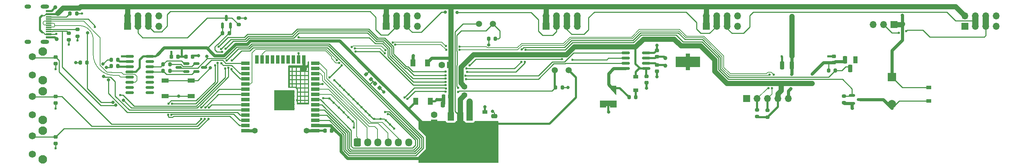
<source format=gbr>
%TF.GenerationSoftware,KiCad,Pcbnew,(6.0.4)*%
%TF.CreationDate,2022-06-05T17:20:23+02:00*%
%TF.ProjectId,Time-O-Mat_MoBo_H01,54696d65-2d4f-42d4-9d61-745f4d6f426f,rev?*%
%TF.SameCoordinates,Original*%
%TF.FileFunction,Copper,L1,Top*%
%TF.FilePolarity,Positive*%
%FSLAX46Y46*%
G04 Gerber Fmt 4.6, Leading zero omitted, Abs format (unit mm)*
G04 Created by KiCad (PCBNEW (6.0.4)) date 2022-06-05 17:20:23*
%MOMM*%
%LPD*%
G01*
G04 APERTURE LIST*
G04 Aperture macros list*
%AMRoundRect*
0 Rectangle with rounded corners*
0 $1 Rounding radius*
0 $2 $3 $4 $5 $6 $7 $8 $9 X,Y pos of 4 corners*
0 Add a 4 corners polygon primitive as box body*
4,1,4,$2,$3,$4,$5,$6,$7,$8,$9,$2,$3,0*
0 Add four circle primitives for the rounded corners*
1,1,$1+$1,$2,$3*
1,1,$1+$1,$4,$5*
1,1,$1+$1,$6,$7*
1,1,$1+$1,$8,$9*
0 Add four rect primitives between the rounded corners*
20,1,$1+$1,$2,$3,$4,$5,0*
20,1,$1+$1,$4,$5,$6,$7,0*
20,1,$1+$1,$6,$7,$8,$9,0*
20,1,$1+$1,$8,$9,$2,$3,0*%
%AMFreePoly0*
4,1,30,-0.988102,1.697465,-0.977640,1.696721,-0.971482,1.689621,-0.962979,1.685608,1.036021,-0.516393,1.042104,-0.533353,1.049000,-0.550000,1.048505,-0.551196,1.048941,-0.552413,1.041250,-0.568709,1.034355,-0.585355,1.033161,-0.585850,1.032608,-0.587021,1.015643,-0.593106,0.999000,-0.600000,-0.999000,-0.600000,-1.034355,-0.585355,-1.049000,-0.550000,-1.049000,1.649000,-1.048464,1.650295,
-1.049941,1.654413,-1.045465,1.663898,-1.044721,1.674360,-1.037621,1.680518,-1.033608,1.689021,-1.023733,1.692563,-1.015811,1.699434,-1.006435,1.698768,-0.997587,1.701941,-0.988102,1.697465,-0.988102,1.697465,$1*%
%AMFreePoly1*
4,1,21,-0.467645,0.985355,-0.453000,0.950000,-0.453000,0.664000,0.480000,0.664000,0.480000,0.946000,0.494645,0.981355,0.530000,0.996000,1.969000,0.996000,2.004355,0.981355,2.019000,0.946000,2.019000,-0.614000,2.004355,-0.649355,1.969000,-0.664000,-1.969000,-0.664000,-2.004355,-0.649355,-2.019000,-0.614000,-2.019000,0.950000,-2.004355,0.985355,-1.969000,1.000000,-0.503000,1.000000,
-0.467645,0.985355,-0.467645,0.985355,$1*%
G04 Aperture macros list end*
%TA.AperFunction,SMDPad,CuDef*%
%ADD10R,1.700000X1.000000*%
%TD*%
%TA.AperFunction,SMDPad,CuDef*%
%ADD11RoundRect,0.225000X-0.225000X-0.250000X0.225000X-0.250000X0.225000X0.250000X-0.225000X0.250000X0*%
%TD*%
%TA.AperFunction,SMDPad,CuDef*%
%ADD12RoundRect,0.250000X0.475000X-0.250000X0.475000X0.250000X-0.475000X0.250000X-0.475000X-0.250000X0*%
%TD*%
%TA.AperFunction,SMDPad,CuDef*%
%ADD13RoundRect,0.200000X0.200000X0.275000X-0.200000X0.275000X-0.200000X-0.275000X0.200000X-0.275000X0*%
%TD*%
%TA.AperFunction,ComponentPad*%
%ADD14C,2.100000*%
%TD*%
%TA.AperFunction,ComponentPad*%
%ADD15C,1.750000*%
%TD*%
%TA.AperFunction,SMDPad,CuDef*%
%ADD16R,1.300000X1.700000*%
%TD*%
%TA.AperFunction,SMDPad,CuDef*%
%ADD17RoundRect,0.250000X-0.250000X-0.750000X0.250000X-0.750000X0.250000X0.750000X-0.250000X0.750000X0*%
%TD*%
%TA.AperFunction,SMDPad,CuDef*%
%ADD18RoundRect,0.200000X0.275000X-0.200000X0.275000X0.200000X-0.275000X0.200000X-0.275000X-0.200000X0*%
%TD*%
%TA.AperFunction,SMDPad,CuDef*%
%ADD19RoundRect,0.200000X-0.200000X-0.275000X0.200000X-0.275000X0.200000X0.275000X-0.200000X0.275000X0*%
%TD*%
%TA.AperFunction,SMDPad,CuDef*%
%ADD20R,1.450000X0.600000*%
%TD*%
%TA.AperFunction,SMDPad,CuDef*%
%ADD21R,1.450000X0.300000*%
%TD*%
%TA.AperFunction,ComponentPad*%
%ADD22O,1.600000X1.000000*%
%TD*%
%TA.AperFunction,ComponentPad*%
%ADD23O,2.100000X1.000000*%
%TD*%
%TA.AperFunction,SMDPad,CuDef*%
%ADD24RoundRect,0.150000X-0.825000X-0.150000X0.825000X-0.150000X0.825000X0.150000X-0.825000X0.150000X0*%
%TD*%
%TA.AperFunction,SMDPad,CuDef*%
%ADD25FreePoly0,180.000000*%
%TD*%
%TA.AperFunction,SMDPad,CuDef*%
%ADD26FreePoly1,180.000000*%
%TD*%
%TA.AperFunction,SMDPad,CuDef*%
%ADD27RoundRect,0.225000X0.335876X0.017678X0.017678X0.335876X-0.335876X-0.017678X-0.017678X-0.335876X0*%
%TD*%
%TA.AperFunction,SMDPad,CuDef*%
%ADD28R,1.200000X0.900000*%
%TD*%
%TA.AperFunction,ComponentPad*%
%ADD29RoundRect,0.250000X-0.600000X-0.725000X0.600000X-0.725000X0.600000X0.725000X-0.600000X0.725000X0*%
%TD*%
%TA.AperFunction,ComponentPad*%
%ADD30O,1.700000X1.950000*%
%TD*%
%TA.AperFunction,SMDPad,CuDef*%
%ADD31RoundRect,0.150000X0.150000X-0.587500X0.150000X0.587500X-0.150000X0.587500X-0.150000X-0.587500X0*%
%TD*%
%TA.AperFunction,ComponentPad*%
%ADD32R,1.700000X1.700000*%
%TD*%
%TA.AperFunction,ComponentPad*%
%ADD33O,1.700000X1.700000*%
%TD*%
%TA.AperFunction,ComponentPad*%
%ADD34R,1.100000X1.800000*%
%TD*%
%TA.AperFunction,ComponentPad*%
%ADD35RoundRect,0.275000X0.275000X0.625000X-0.275000X0.625000X-0.275000X-0.625000X0.275000X-0.625000X0*%
%TD*%
%TA.AperFunction,SMDPad,CuDef*%
%ADD36RoundRect,0.150000X-0.587500X-0.150000X0.587500X-0.150000X0.587500X0.150000X-0.587500X0.150000X0*%
%TD*%
%TA.AperFunction,SMDPad,CuDef*%
%ADD37RoundRect,0.225000X-0.250000X0.225000X-0.250000X-0.225000X0.250000X-0.225000X0.250000X0.225000X0*%
%TD*%
%TA.AperFunction,SMDPad,CuDef*%
%ADD38RoundRect,0.200000X-0.275000X0.200000X-0.275000X-0.200000X0.275000X-0.200000X0.275000X0.200000X0*%
%TD*%
%TA.AperFunction,ComponentPad*%
%ADD39C,1.000000*%
%TD*%
%TA.AperFunction,ComponentPad*%
%ADD40R,1.000000X1.000000*%
%TD*%
%TA.AperFunction,SMDPad,CuDef*%
%ADD41R,6.000000X2.500000*%
%TD*%
%TA.AperFunction,SMDPad,CuDef*%
%ADD42RoundRect,0.225000X0.250000X-0.225000X0.250000X0.225000X-0.250000X0.225000X-0.250000X-0.225000X0*%
%TD*%
%TA.AperFunction,SMDPad,CuDef*%
%ADD43RoundRect,0.200000X-0.335876X-0.053033X-0.053033X-0.335876X0.335876X0.053033X0.053033X0.335876X0*%
%TD*%
%TA.AperFunction,ComponentPad*%
%ADD44R,1.600000X1.600000*%
%TD*%
%TA.AperFunction,ComponentPad*%
%ADD45C,1.600000*%
%TD*%
%TA.AperFunction,SMDPad,CuDef*%
%ADD46RoundRect,0.150000X0.825000X0.150000X-0.825000X0.150000X-0.825000X-0.150000X0.825000X-0.150000X0*%
%TD*%
%TA.AperFunction,SMDPad,CuDef*%
%ADD47RoundRect,0.225000X0.225000X0.250000X-0.225000X0.250000X-0.225000X-0.250000X0.225000X-0.250000X0*%
%TD*%
%TA.AperFunction,ComponentPad*%
%ADD48R,2.000000X2.000000*%
%TD*%
%TA.AperFunction,ComponentPad*%
%ADD49C,2.000000*%
%TD*%
%TA.AperFunction,SMDPad,CuDef*%
%ADD50RoundRect,0.150000X0.587500X0.150000X-0.587500X0.150000X-0.587500X-0.150000X0.587500X-0.150000X0*%
%TD*%
%TA.AperFunction,SMDPad,CuDef*%
%ADD51R,2.000000X0.900000*%
%TD*%
%TA.AperFunction,SMDPad,CuDef*%
%ADD52R,0.900000X2.000000*%
%TD*%
%TA.AperFunction,SMDPad,CuDef*%
%ADD53R,5.000000X5.000000*%
%TD*%
%TA.AperFunction,SMDPad,CuDef*%
%ADD54R,1.500000X2.000000*%
%TD*%
%TA.AperFunction,SMDPad,CuDef*%
%ADD55R,3.800000X2.000000*%
%TD*%
%TA.AperFunction,SMDPad,CuDef*%
%ADD56RoundRect,0.250000X0.250000X0.475000X-0.250000X0.475000X-0.250000X-0.475000X0.250000X-0.475000X0*%
%TD*%
%TA.AperFunction,ComponentPad*%
%ADD57C,1.500000*%
%TD*%
%TA.AperFunction,ViaPad*%
%ADD58C,0.600000*%
%TD*%
%TA.AperFunction,ViaPad*%
%ADD59C,1.000000*%
%TD*%
%TA.AperFunction,ViaPad*%
%ADD60C,0.800000*%
%TD*%
%TA.AperFunction,ViaPad*%
%ADD61C,1.400000*%
%TD*%
%TA.AperFunction,Conductor*%
%ADD62C,0.254000*%
%TD*%
%TA.AperFunction,Conductor*%
%ADD63C,0.508000*%
%TD*%
%TA.AperFunction,Conductor*%
%ADD64C,0.203200*%
%TD*%
%TA.AperFunction,Conductor*%
%ADD65C,1.270000*%
%TD*%
%TA.AperFunction,Conductor*%
%ADD66C,0.762000*%
%TD*%
%TA.AperFunction,Conductor*%
%ADD67C,1.524000*%
%TD*%
%TA.AperFunction,Conductor*%
%ADD68C,0.250000*%
%TD*%
%TA.AperFunction,Conductor*%
%ADD69C,0.127000*%
%TD*%
G04 APERTURE END LIST*
D10*
%TO.P,RESET1,1,A*%
%TO.N,GND*%
X41504000Y-23109000D03*
X35204000Y-23109000D03*
%TO.P,RESET1,2,B*%
%TO.N,/USB+Power/ESP_RST*%
X35204000Y-19309000D03*
X41504000Y-19309000D03*
%TD*%
D11*
%TO.P,C13,1*%
%TO.N,+3V3*%
X40272500Y-13500000D03*
%TO.P,C13,2*%
%TO.N,GND*%
X41822500Y-13500000D03*
%TD*%
D12*
%TO.P,C2,1*%
%TO.N,+3V3*%
X115316000Y-29906000D03*
%TO.P,C2,2*%
%TO.N,GND*%
X115316000Y-28006000D03*
%TD*%
D13*
%TO.P,R11,1*%
%TO.N,Net-(Q3-Pad1)*%
X36321000Y-15367000D03*
%TO.P,R11,2*%
%TO.N,Net-(Q2-Pad2)*%
X34671000Y-15367000D03*
%TD*%
D14*
%TO.P,SW3,*%
%TO.N,*%
X5352500Y-31615000D03*
X5352500Y-38625000D03*
D15*
%TO.P,SW3,1,A*%
%TO.N,GND*%
X2862500Y-37375000D03*
%TO.P,SW3,2,B*%
%TO.N,BUTTON3*%
X2862500Y-32875000D03*
%TD*%
D16*
%TO.P,D4,1,K*%
%TO.N,+5V*%
X99050000Y-15000000D03*
%TO.P,D4,2,A*%
%TO.N,GND*%
X95550000Y-15000000D03*
%TD*%
D17*
%TO.P,TP+5V1,1,1*%
%TO.N,+5V*%
X187800000Y-15600000D03*
%TD*%
D18*
%TO.P,R18,1*%
%TO.N,+3V3*%
X179324000Y-28130000D03*
%TO.P,R18,2*%
%TO.N,I2C_SCL*%
X179324000Y-26480000D03*
%TD*%
D19*
%TO.P,R15,1*%
%TO.N,LIGHT2*%
X130275000Y-21000000D03*
%TO.P,R15,2*%
%TO.N,GND*%
X131925000Y-21000000D03*
%TD*%
D20*
%TO.P,J7,A1,GND*%
%TO.N,GND*%
X6785000Y-2250000D03*
%TO.P,J7,A4,VBUS*%
%TO.N,+5V*%
X6785000Y-3050000D03*
D21*
%TO.P,J7,A5,CC1*%
%TO.N,CC1*%
X6785000Y-4250000D03*
%TO.P,J7,A6,D+*%
%TO.N,/USB+Power/D+*%
X6785000Y-5250000D03*
%TO.P,J7,A7,D-*%
%TO.N,/USB+Power/D-*%
X6785000Y-5750000D03*
%TO.P,J7,A8,SBU1*%
%TO.N,Net-(J7-PadA8)*%
X6785000Y-6750000D03*
D20*
%TO.P,J7,A9,VBUS*%
%TO.N,+5V*%
X6785000Y-7950000D03*
%TO.P,J7,A12,GND*%
%TO.N,GND*%
X6785000Y-8750000D03*
%TO.P,J7,B1,GND*%
X6785000Y-8750000D03*
%TO.P,J7,B4,VBUS*%
%TO.N,+5V*%
X6785000Y-7950000D03*
D21*
%TO.P,J7,B5,CC2*%
%TO.N,CC2*%
X6785000Y-7250000D03*
%TO.P,J7,B6,D+*%
%TO.N,/USB+Power/D+*%
X6785000Y-6250000D03*
%TO.P,J7,B7,D-*%
%TO.N,/USB+Power/D-*%
X6785000Y-4750000D03*
%TO.P,J7,B8,SBU2*%
%TO.N,Net-(J7-PadB8)*%
X6785000Y-3750000D03*
D20*
%TO.P,J7,B9,VBUS*%
%TO.N,+5V*%
X6785000Y-3050000D03*
%TO.P,J7,B12,GND*%
%TO.N,GND*%
X6785000Y-2250000D03*
D22*
%TO.P,J7,S1,SHIELD*%
%TO.N,unconnected-(J7-PadS1)*%
X1690000Y-1180000D03*
D23*
X5870000Y-1180000D03*
X5870000Y-9820000D03*
D22*
X1690000Y-9820000D03*
%TD*%
D14*
%TO.P,SW1,*%
%TO.N,*%
X5352500Y-12215000D03*
X5352500Y-19225000D03*
D15*
%TO.P,SW1,1,A*%
%TO.N,GND*%
X2862500Y-17975000D03*
%TO.P,SW1,2,B*%
%TO.N,BUTTON1*%
X2862500Y-13475000D03*
%TD*%
D24*
%TO.P,U5,1,GND*%
%TO.N,GND*%
X26525000Y-13355000D03*
%TO.P,U5,2,TXD*%
%TO.N,Net-(R8-Pad2)*%
X26525000Y-14625000D03*
%TO.P,U5,3,RXD*%
%TO.N,Net-(R9-Pad2)*%
X26525000Y-15895000D03*
%TO.P,U5,4,V3*%
%TO.N,+3V3*%
X26525000Y-17165000D03*
%TO.P,U5,5,UD+*%
%TO.N,/USB+Power/D+*%
X26525000Y-18435000D03*
%TO.P,U5,6,UD-*%
%TO.N,/USB+Power/D-*%
X26525000Y-19705000D03*
%TO.P,U5,7,NC*%
%TO.N,unconnected-(U5-Pad7)*%
X26525000Y-20975000D03*
%TO.P,U5,8,NC*%
%TO.N,unconnected-(U5-Pad8)*%
X26525000Y-22245000D03*
%TO.P,U5,9,~{CTS}*%
%TO.N,unconnected-(U5-Pad9)*%
X31475000Y-22245000D03*
%TO.P,U5,10,~{DSR}*%
%TO.N,unconnected-(U5-Pad10)*%
X31475000Y-20975000D03*
%TO.P,U5,11,~{RI}*%
%TO.N,unconnected-(U5-Pad11)*%
X31475000Y-19705000D03*
%TO.P,U5,12,~{DCD}*%
%TO.N,unconnected-(U5-Pad12)*%
X31475000Y-18435000D03*
%TO.P,U5,13,~{DTR}*%
%TO.N,Net-(Q3-Pad2)*%
X31475000Y-17165000D03*
%TO.P,U5,14,~{RTS}*%
%TO.N,Net-(Q2-Pad2)*%
X31475000Y-15895000D03*
%TO.P,U5,15,R232*%
%TO.N,unconnected-(U5-Pad15)*%
X31475000Y-14625000D03*
%TO.P,U5,16,VCC*%
%TO.N,+3V3*%
X31475000Y-13355000D03*
%TD*%
D25*
%TO.P,C10,1*%
%TO.N,Net-(C10-Pad1)*%
X144054000Y-21131000D03*
D26*
%TO.P,C10,2*%
%TO.N,GND*%
X143146000Y-24869000D03*
%TD*%
D27*
%TO.P,C3,1*%
%TO.N,GND*%
X87416008Y-21122008D03*
%TO.P,C3,2*%
%TO.N,/USB+Power/ESP_RST*%
X86319992Y-20025992D03*
%TD*%
D28*
%TO.P,D1,1,K*%
%TO.N,+5V*%
X221221000Y-21017000D03*
%TO.P,D1,2,A*%
%TO.N,Net-(BZ1-Pad2)*%
X221221000Y-24317000D03*
%TD*%
D13*
%TO.P,R13,1*%
%TO.N,LIGHT1*%
X115625000Y-9100000D03*
%TO.P,R13,2*%
%TO.N,GND*%
X113975000Y-9100000D03*
%TD*%
D29*
%TO.P,J6,1,Pin_1*%
%TO.N,TOUCH9*%
X82000000Y-34500000D03*
D30*
%TO.P,J6,2,Pin_2*%
%TO.N,TOUCH8*%
X84500000Y-34500000D03*
%TO.P,J6,3,Pin_3*%
%TO.N,TOUCH7*%
X87000000Y-34500000D03*
%TO.P,J6,4,Pin_4*%
%TO.N,TOUCH6*%
X89500000Y-34500000D03*
%TO.P,J6,5,Pin_5*%
%TO.N,TOUCH5*%
X92000000Y-34500000D03*
%TO.P,J6,6,Pin_6*%
%TO.N,GND*%
X94500000Y-34500000D03*
%TD*%
D31*
%TO.P,Q4,1,G*%
%TO.N,+3V3*%
X49150000Y-5837500D03*
%TO.P,Q4,2,S*%
%TO.N,Net-(Q4-Pad2)*%
X51050000Y-5837500D03*
%TO.P,Q4,3,D*%
%TO.N,WS2812*%
X50100000Y-3962500D03*
%TD*%
D19*
%TO.P,R9,1*%
%TO.N,/USB+Power/ESP_TX*%
X22035000Y-15748000D03*
%TO.P,R9,2*%
%TO.N,Net-(R9-Pad2)*%
X23685000Y-15748000D03*
%TD*%
D18*
%TO.P,R7,1*%
%TO.N,GND*%
X11684000Y-9334000D03*
%TO.P,R7,2*%
%TO.N,CC2*%
X11684000Y-7684000D03*
%TD*%
D32*
%TO.P,J4,1,Pin_1*%
%TO.N,+5V*%
X167000000Y-6000000D03*
D33*
%TO.P,J4,2,Pin_2*%
X167000000Y-3460000D03*
%TO.P,J4,3,Pin_3*%
%TO.N,Net-(J3-Pad5)*%
X169540000Y-6000000D03*
%TO.P,J4,4,Pin_4*%
X169540000Y-3460000D03*
%TO.P,J4,5,Pin_5*%
%TO.N,Net-(J4-Pad5)*%
X172080000Y-6000000D03*
%TO.P,J4,6,Pin_6*%
X172080000Y-3460000D03*
%TO.P,J4,7,Pin_7*%
%TO.N,GND*%
X174620000Y-6000000D03*
%TO.P,J4,8,Pin_8*%
X174620000Y-3460000D03*
%TD*%
D34*
%TO.P,U2,1,GND*%
%TO.N,GND*%
X203314000Y-14254000D03*
D35*
%TO.P,U2,2,DQ*%
%TO.N,TEMPERATURE*%
X202044000Y-16324000D03*
%TO.P,U2,3,VDD*%
%TO.N,+3V3*%
X200774000Y-14254000D03*
%TD*%
D36*
%TO.P,Q3,1,B*%
%TO.N,Net-(Q3-Pad1)*%
X42750500Y-15179000D03*
%TO.P,Q3,2,E*%
%TO.N,Net-(Q3-Pad2)*%
X42750500Y-17079000D03*
%TO.P,Q3,3,C*%
%TO.N,/USB+Power/ESP_GPIO0*%
X44625500Y-16129000D03*
%TD*%
D37*
%TO.P,C18,1*%
%TO.N,+3V3*%
X152400000Y-18275000D03*
%TO.P,C18,2*%
%TO.N,GND*%
X152400000Y-19825000D03*
%TD*%
D19*
%TO.P,R8,1*%
%TO.N,/USB+Power/ESP_RX*%
X22035000Y-14224000D03*
%TO.P,R8,2*%
%TO.N,Net-(R8-Pad2)*%
X23685000Y-14224000D03*
%TD*%
D38*
%TO.P,R6,1*%
%TO.N,Net-(J7-PadA8)*%
X13843000Y-6795000D03*
%TO.P,R6,2*%
%TO.N,GND*%
X13843000Y-8445000D03*
%TD*%
D19*
%TO.P,R4,1*%
%TO.N,Net-(J7-PadB8)*%
X11975000Y-2900000D03*
%TO.P,R4,2*%
%TO.N,GND*%
X13625000Y-2900000D03*
%TD*%
D38*
%TO.P,R17,1*%
%TO.N,+5V*%
X53100000Y-3975000D03*
%TO.P,R17,2*%
%TO.N,WS2812*%
X53100000Y-5625000D03*
%TD*%
D16*
%TO.P,D3,1,K*%
%TO.N,+3V3*%
X96250000Y-24400000D03*
%TO.P,D3,2,A*%
%TO.N,GND*%
X99750000Y-24400000D03*
%TD*%
D39*
%TO.P,Y1,1,1*%
%TO.N,Net-(C8-Pad1)*%
X157036000Y-15682000D03*
%TO.P,Y1,2,2*%
%TO.N,Net-(C9-Pad1)*%
X157036000Y-13782000D03*
D40*
%TO.P,Y1,3,3*%
%TO.N,GND*%
X162536000Y-16232000D03*
X162536000Y-13232000D03*
D41*
X162536000Y-14732000D03*
%TD*%
D42*
%TO.P,C6,1*%
%TO.N,GND*%
X8509000Y-34684000D03*
%TO.P,C6,2*%
%TO.N,BUTTON3*%
X8509000Y-33134000D03*
%TD*%
D32*
%TO.P,J3,1,Pin_1*%
%TO.N,+5V*%
X128000000Y-6000000D03*
D33*
%TO.P,J3,2,Pin_2*%
X128000000Y-3460000D03*
%TO.P,J3,3,Pin_3*%
%TO.N,Net-(J2-Pad5)*%
X130540000Y-6000000D03*
%TO.P,J3,4,Pin_4*%
X130540000Y-3460000D03*
%TO.P,J3,5,Pin_5*%
%TO.N,Net-(J3-Pad5)*%
X133080000Y-6000000D03*
%TO.P,J3,6,Pin_6*%
X133080000Y-3460000D03*
%TO.P,J3,7,Pin_7*%
%TO.N,GND*%
X135620000Y-6000000D03*
%TO.P,J3,8,Pin_8*%
X135620000Y-3460000D03*
%TD*%
D42*
%TO.P,C5,1*%
%TO.N,GND*%
X8509000Y-24778000D03*
%TO.P,C5,2*%
%TO.N,BUTTON2*%
X8509000Y-23228000D03*
%TD*%
D38*
%TO.P,R1,1*%
%TO.N,BUZZER*%
X200520000Y-23112000D03*
%TO.P,R1,2*%
%TO.N,GND*%
X200520000Y-24762000D03*
%TD*%
D13*
%TO.P,R20,1*%
%TO.N,Net-(D5-Pad1)*%
X149825000Y-23400000D03*
%TO.P,R20,2*%
%TO.N,Net-(C10-Pad1)*%
X148175000Y-23400000D03*
%TD*%
D28*
%TO.P,D2,1,K*%
%TO.N,+3V3*%
X113030000Y-30352000D03*
%TO.P,D2,2,A*%
%TO.N,GND*%
X113030000Y-27052000D03*
%TD*%
D43*
%TO.P,R2,1*%
%TO.N,+3V3*%
X84124800Y-17780000D03*
%TO.P,R2,2*%
%TO.N,/USB+Power/ESP_RST*%
X85291526Y-18946726D03*
%TD*%
D44*
%TO.P,C19,1*%
%TO.N,+3V3*%
X100711000Y-29657113D03*
D45*
%TO.P,C19,2*%
%TO.N,GND*%
X100711000Y-27657113D03*
%TD*%
D44*
%TO.P,C11,1*%
%TO.N,+5V*%
X104587113Y-15494000D03*
D45*
%TO.P,C11,2*%
%TO.N,GND*%
X102587113Y-15494000D03*
%TD*%
D46*
%TO.P,U3,1,VCC2*%
%TO.N,+3V3*%
X152335000Y-16383000D03*
%TO.P,U3,2,X1*%
%TO.N,Net-(C8-Pad1)*%
X152335000Y-15113000D03*
%TO.P,U3,3,X2*%
%TO.N,Net-(C9-Pad1)*%
X152335000Y-13843000D03*
%TO.P,U3,4,GND*%
%TO.N,GND*%
X152335000Y-12573000D03*
%TO.P,U3,5,CE*%
%TO.N,CE*%
X147385000Y-12573000D03*
%TO.P,U3,6,I/O*%
%TO.N,IO*%
X147385000Y-13843000D03*
%TO.P,U3,7,SCLK*%
%TO.N,SCLK*%
X147385000Y-15113000D03*
%TO.P,U3,8,VCC1*%
%TO.N,Net-(C10-Pad1)*%
X147385000Y-16383000D03*
%TD*%
D42*
%TO.P,C7,1*%
%TO.N,+3V3*%
X198107000Y-14933000D03*
%TO.P,C7,2*%
%TO.N,GND*%
X198107000Y-13383000D03*
%TD*%
D32*
%TO.P,J8,1,Pin_1*%
%TO.N,+5V*%
X212700000Y-5600000D03*
D33*
%TO.P,J8,2,Pin_2*%
%TO.N,Net-(J5-Pad5)*%
X210160000Y-5600000D03*
%TO.P,J8,3,Pin_3*%
%TO.N,GND*%
X207620000Y-5600000D03*
%TD*%
D36*
%TO.P,Q1,1,G*%
%TO.N,BUZZER*%
X202503500Y-22987000D03*
%TO.P,Q1,2,S*%
%TO.N,GND*%
X202503500Y-24887000D03*
%TO.P,Q1,3,D*%
%TO.N,Net-(BZ1-Pad2)*%
X204378500Y-23937000D03*
%TD*%
D19*
%TO.P,R5,1*%
%TO.N,GND*%
X14475000Y-14900000D03*
%TO.P,R5,2*%
%TO.N,CC1*%
X16125000Y-14900000D03*
%TD*%
%TO.P,R3,1*%
%TO.N,+3V3*%
X196774000Y-16825000D03*
%TO.P,R3,2*%
%TO.N,TEMPERATURE*%
X198424000Y-16825000D03*
%TD*%
D32*
%TO.P,J2,1,Pin_1*%
%TO.N,+5V*%
X89000000Y-6000000D03*
D33*
%TO.P,J2,2,Pin_2*%
X89000000Y-3460000D03*
%TO.P,J2,3,Pin_3*%
%TO.N,Net-(J1-Pad5)*%
X91540000Y-6000000D03*
%TO.P,J2,4,Pin_4*%
X91540000Y-3460000D03*
%TO.P,J2,5,Pin_5*%
%TO.N,Net-(J2-Pad5)*%
X94080000Y-6000000D03*
%TO.P,J2,6,Pin_6*%
X94080000Y-3460000D03*
%TO.P,J2,7,Pin_7*%
%TO.N,GND*%
X96620000Y-6000000D03*
%TO.P,J2,8,Pin_8*%
X96620000Y-3460000D03*
%TD*%
D47*
%TO.P,C16,1*%
%TO.N,+3V3*%
X38275000Y-13500000D03*
%TO.P,C16,2*%
%TO.N,GND*%
X36725000Y-13500000D03*
%TD*%
D42*
%TO.P,C9,1*%
%TO.N,Net-(C9-Pad1)*%
X154940000Y-13475000D03*
%TO.P,C9,2*%
%TO.N,GND*%
X154940000Y-11925000D03*
%TD*%
D28*
%TO.P,D5,1,K*%
%TO.N,Net-(D5-Pad1)*%
X149800000Y-21650000D03*
%TO.P,D5,2,A*%
%TO.N,+3V3*%
X149800000Y-18350000D03*
%TD*%
D48*
%TO.P,BZ1,1,-*%
%TO.N,+5V*%
X212204000Y-18486000D03*
D49*
%TO.P,BZ1,2,+*%
%TO.N,Net-(BZ1-Pad2)*%
X212204000Y-25086000D03*
%TD*%
D47*
%TO.P,C1,1*%
%TO.N,+3V3*%
X75705000Y-31623000D03*
%TO.P,C1,2*%
%TO.N,GND*%
X74155000Y-31623000D03*
%TD*%
D19*
%TO.P,R16,1*%
%TO.N,+3V3*%
X49175000Y-7700000D03*
%TO.P,R16,2*%
%TO.N,Net-(Q4-Pad2)*%
X50825000Y-7700000D03*
%TD*%
D50*
%TO.P,Q2,1,B*%
%TO.N,Net-(Q2-Pad1)*%
X40307500Y-17079000D03*
%TO.P,Q2,2,E*%
%TO.N,Net-(Q2-Pad2)*%
X40307500Y-15179000D03*
%TO.P,Q2,3,C*%
%TO.N,/USB+Power/ESP_RST*%
X38432500Y-16129000D03*
%TD*%
D18*
%TO.P,R19,1*%
%TO.N,+3V3*%
X181864000Y-28257000D03*
%TO.P,R19,2*%
%TO.N,I2C_SDA*%
X181864000Y-26607000D03*
%TD*%
D51*
%TO.P,U1,1,GND*%
%TO.N,GND*%
X71746000Y-31623000D03*
%TO.P,U1,2,VDD*%
%TO.N,+3V3*%
X71746000Y-30353000D03*
%TO.P,U1,3,EN*%
%TO.N,/USB+Power/ESP_RST*%
X71746000Y-29083000D03*
%TO.P,U1,4,SENSOR_VP*%
%TO.N,CC1*%
X71746000Y-27813000D03*
%TO.P,U1,5,SENSOR_VN*%
%TO.N,CC2*%
X71746000Y-26543000D03*
%TO.P,U1,6,IO34*%
%TO.N,LIGHT2*%
X71746000Y-25273000D03*
%TO.P,U1,7,IO35*%
%TO.N,LIGHT1*%
X71746000Y-24003000D03*
%TO.P,U1,8,IO32*%
%TO.N,TOUCH9*%
X71746000Y-22733000D03*
%TO.P,U1,9,IO33*%
%TO.N,TOUCH8*%
X71746000Y-21463000D03*
%TO.P,U1,10,IO25*%
%TO.N,SCLK*%
X71746000Y-20193000D03*
%TO.P,U1,11,IO26*%
%TO.N,unconnected-(U1-Pad11)*%
X71746000Y-18923000D03*
%TO.P,U1,12,IO27*%
%TO.N,TOUCH7*%
X71746000Y-17653000D03*
%TO.P,U1,13,IO14*%
%TO.N,TOUCH6*%
X71746000Y-16383000D03*
%TO.P,U1,14,IO12*%
%TO.N,TOUCH5*%
X71746000Y-15113000D03*
D52*
%TO.P,U1,15,GND*%
%TO.N,GND*%
X68961000Y-14113000D03*
%TO.P,U1,16,IO13*%
%TO.N,CE*%
X67691000Y-14113000D03*
%TO.P,U1,17,SHD/SD2*%
%TO.N,unconnected-(U1-Pad17)*%
X66421000Y-14113000D03*
%TO.P,U1,18,SWP/SD3*%
%TO.N,unconnected-(U1-Pad18)*%
X65151000Y-14113000D03*
%TO.P,U1,19,SCS/CMD*%
%TO.N,unconnected-(U1-Pad19)*%
X63881000Y-14113000D03*
%TO.P,U1,20,SCK/CLK*%
%TO.N,unconnected-(U1-Pad20)*%
X62611000Y-14113000D03*
%TO.P,U1,21,SDO/SD0*%
%TO.N,unconnected-(U1-Pad21)*%
X61341000Y-14113000D03*
%TO.P,U1,22,SDI/SD1*%
%TO.N,unconnected-(U1-Pad22)*%
X60071000Y-14113000D03*
%TO.P,U1,23,IO15*%
%TO.N,I2C_SCL*%
X58801000Y-14113000D03*
%TO.P,U1,24,IO2*%
%TO.N,unconnected-(U1-Pad24)*%
X57531000Y-14113000D03*
D51*
%TO.P,U1,25,IO0*%
%TO.N,/USB+Power/ESP_GPIO0*%
X54746000Y-15113000D03*
%TO.P,U1,26,IO4*%
%TO.N,unconnected-(U1-Pad26)*%
X54746000Y-16383000D03*
%TO.P,U1,27,IO16*%
%TO.N,Net-(Q4-Pad2)*%
X54746000Y-17653000D03*
%TO.P,U1,28,IO17*%
%TO.N,BUZZER*%
X54746000Y-18923000D03*
%TO.P,U1,29,IO5*%
%TO.N,I2C_SDA*%
X54746000Y-20193000D03*
%TO.P,U1,30,IO18*%
%TO.N,BUTTON1*%
X54746000Y-21463000D03*
%TO.P,U1,31,IO19*%
%TO.N,BUTTON2*%
X54746000Y-22733000D03*
%TO.P,U1,32,NC*%
%TO.N,unconnected-(U1-Pad32)*%
X54746000Y-24003000D03*
%TO.P,U1,33,IO21*%
%TO.N,BUTTON3*%
X54746000Y-25273000D03*
%TO.P,U1,34,RXD0/IO3*%
%TO.N,/USB+Power/ESP_RX*%
X54746000Y-26543000D03*
%TO.P,U1,35,TXD0/IO1*%
%TO.N,/USB+Power/ESP_TX*%
X54746000Y-27813000D03*
%TO.P,U1,36,IO22*%
%TO.N,TEMPERATURE*%
X54746000Y-29083000D03*
%TO.P,U1,37,IO23*%
%TO.N,IO*%
X54746000Y-30353000D03*
%TO.P,U1,38,GND*%
%TO.N,GND*%
X54746000Y-31623000D03*
D53*
%TO.P,U1,39,GND*%
X64246000Y-24123000D03*
%TD*%
D54*
%TO.P,U4,1,GND*%
%TO.N,GND*%
X109361000Y-28092000D03*
D55*
%TO.P,U4,2,VO*%
%TO.N,+3V3*%
X107061000Y-34392000D03*
D54*
X107061000Y-28092000D03*
%TO.P,U4,3,VI*%
%TO.N,+5V*%
X104761000Y-28092000D03*
%TD*%
D32*
%TO.P,J1,1,Pin_1*%
%TO.N,+5V*%
X26000000Y-6000000D03*
D33*
%TO.P,J1,2,Pin_2*%
X26000000Y-3460000D03*
%TO.P,J1,3,Pin_3*%
%TO.N,WS2812*%
X28540000Y-6000000D03*
%TO.P,J1,4,Pin_4*%
X28540000Y-3460000D03*
%TO.P,J1,5,Pin_5*%
%TO.N,Net-(J1-Pad5)*%
X31080000Y-6000000D03*
%TO.P,J1,6,Pin_6*%
X31080000Y-3460000D03*
%TO.P,J1,7,Pin_7*%
%TO.N,GND*%
X33620000Y-6000000D03*
%TO.P,J1,8,Pin_8*%
X33620000Y-3460000D03*
%TD*%
D37*
%TO.P,C8,1*%
%TO.N,Net-(C8-Pad1)*%
X154940000Y-15494000D03*
%TO.P,C8,2*%
%TO.N,GND*%
X154940000Y-17044000D03*
%TD*%
D56*
%TO.P,C14,1*%
%TO.N,+5V*%
X104709000Y-25146000D03*
%TO.P,C14,2*%
%TO.N,GND*%
X102809000Y-25146000D03*
%TD*%
D32*
%TO.P,J9,1,Pin_1*%
%TO.N,GND*%
X176789000Y-23749000D03*
D33*
%TO.P,J9,2,Pin_2*%
%TO.N,I2C_SCL*%
X179329000Y-23749000D03*
%TO.P,J9,3,Pin_3*%
%TO.N,I2C_SDA*%
X181869000Y-23749000D03*
%TO.P,J9,4,Pin_4*%
%TO.N,+3V3*%
X184409000Y-23749000D03*
%TO.P,J9,5,Pin_5*%
%TO.N,+5V*%
X186949000Y-23749000D03*
%TD*%
D32*
%TO.P,J5,1,Pin_1*%
%TO.N,+5V*%
X230000000Y-6000000D03*
D33*
%TO.P,J5,2,Pin_2*%
X230000000Y-3460000D03*
%TO.P,J5,3,Pin_3*%
%TO.N,Net-(J4-Pad5)*%
X232540000Y-6000000D03*
%TO.P,J5,4,Pin_4*%
X232540000Y-3460000D03*
%TO.P,J5,5,Pin_5*%
%TO.N,Net-(J5-Pad5)*%
X235080000Y-6000000D03*
%TO.P,J5,6,Pin_6*%
X235080000Y-3460000D03*
%TO.P,J5,7,Pin_7*%
%TO.N,GND*%
X237620000Y-6000000D03*
%TO.P,J5,8,Pin_8*%
X237620000Y-3460000D03*
%TD*%
D14*
%TO.P,SW2,*%
%TO.N,*%
X5352500Y-21915000D03*
X5352500Y-28925000D03*
D15*
%TO.P,SW2,1,A*%
%TO.N,GND*%
X2862500Y-27675000D03*
%TO.P,SW2,2,B*%
%TO.N,BUTTON2*%
X2862500Y-23175000D03*
%TD*%
D42*
%TO.P,C4,1*%
%TO.N,GND*%
X8509000Y-15126000D03*
%TO.P,C4,2*%
%TO.N,BUTTON1*%
X8509000Y-13576000D03*
%TD*%
D47*
%TO.P,C12,1*%
%TO.N,+5V*%
X104534000Y-23241000D03*
%TO.P,C12,2*%
%TO.N,GND*%
X102984000Y-23241000D03*
%TD*%
D13*
%TO.P,R10,1*%
%TO.N,Net-(Q2-Pad1)*%
X36321000Y-16967000D03*
%TO.P,R10,2*%
%TO.N,Net-(Q3-Pad2)*%
X34671000Y-16967000D03*
%TD*%
D17*
%TO.P,TPGND1,1,1*%
%TO.N,GND*%
X185440000Y-15600000D03*
%TD*%
D57*
%TO.P,R14,1*%
%TO.N,+3V3*%
X133500000Y-16800000D03*
%TO.P,R14,2*%
%TO.N,LIGHT2*%
X130100000Y-16800000D03*
%TD*%
%TO.P,R12,1*%
%TO.N,+3V3*%
X111600000Y-5400000D03*
%TO.P,R12,2*%
%TO.N,LIGHT1*%
X115000000Y-5400000D03*
%TD*%
D58*
%TO.N,CC1*%
X24257000Y-22860000D03*
%TO.N,GND*%
X36703000Y-12319000D03*
%TO.N,I2C_SDA*%
X103546292Y-10880708D03*
%TO.N,Net-(J5-Pad5)*%
X213876500Y-7620000D03*
X215637500Y-7239000D03*
%TO.N,I2C_SDA*%
X183007000Y-21134500D03*
X183388000Y-17849500D03*
%TO.N,+5V*%
X187579000Y-21134500D03*
X187706000Y-17768480D03*
%TO.N,I2C_SCL*%
X182118000Y-21134500D03*
X182372000Y-17849500D03*
%TO.N,I2C_SDA*%
X106852990Y-11011497D03*
%TO.N,I2C_SCL*%
X106852990Y-11811000D03*
X103626500Y-11811000D03*
%TO.N,I2C_SDA*%
X90624639Y-9952641D03*
X88822600Y-11846750D03*
%TO.N,I2C_SCL*%
X91189972Y-10517974D03*
X88708003Y-12637997D03*
X81371872Y-11419036D03*
X77611037Y-14984295D03*
%TO.N,I2C_SDA*%
X76969863Y-14343137D03*
X80660789Y-11053570D03*
D59*
%TO.N,+5V*%
X187800000Y-3600000D03*
D60*
X54700000Y-4100000D03*
D58*
X9017000Y-2794000D03*
D59*
X17516480Y-1152520D03*
X14595480Y-1152520D03*
D58*
X8636000Y-7874000D03*
D60*
X214757000Y-3266500D03*
D59*
X15992480Y-1152520D03*
D58*
%TO.N,+3V3*%
X192773000Y-20000000D03*
D61*
X108077000Y-22870500D03*
X108077000Y-20817500D03*
D58*
X192773000Y-17714000D03*
D60*
%TO.N,GND*%
X65278000Y-24130000D03*
D58*
X79883000Y-22733000D03*
X88900000Y-29083000D03*
D60*
X43333500Y-13202500D03*
D58*
X90932000Y-31115000D03*
X79819500Y-28257500D03*
X84010500Y-26860500D03*
D60*
X66294000Y-22098000D03*
D58*
X81026000Y-23876000D03*
D60*
X65278000Y-26162000D03*
D59*
X109360995Y-25767005D03*
D60*
X65278000Y-25146000D03*
D58*
X87630000Y-28702000D03*
D60*
X64262000Y-24130000D03*
X66294000Y-26162000D03*
D58*
X84963000Y-27813000D03*
D60*
X64262000Y-26162000D03*
X63246000Y-22098000D03*
D58*
X24638000Y-13354000D03*
D60*
X66294000Y-24130000D03*
X101346000Y-24003000D03*
X63246000Y-24130000D03*
D58*
X8509000Y-16510000D03*
X78740000Y-21590000D03*
D60*
X152400000Y-21209000D03*
D58*
X81153000Y-30861000D03*
D60*
X62230000Y-26162000D03*
X143200000Y-27000000D03*
X64262000Y-25146000D03*
D58*
X8509000Y-35941000D03*
D60*
X154940000Y-10668000D03*
D58*
X202552000Y-26096000D03*
X8509000Y-26162000D03*
D60*
X66294000Y-23114000D03*
D58*
X75247500Y-23685500D03*
X77724000Y-20574000D03*
D60*
X114929286Y-26802714D03*
D58*
X13843000Y-9525000D03*
X80899000Y-29337000D03*
X82994500Y-25844500D03*
D60*
X38500000Y-23100000D03*
X114000000Y-10600000D03*
X65278000Y-22098000D03*
X62230000Y-23114000D03*
X62230000Y-22098000D03*
D58*
X86106000Y-28702000D03*
X73660000Y-23622000D03*
D60*
X154940000Y-18415000D03*
D59*
X8382000Y-1397000D03*
D58*
X76390500Y-19240500D03*
D60*
X62230000Y-25146000D03*
D58*
X185400000Y-13400000D03*
D60*
X64262000Y-22098000D03*
D61*
X69596000Y-31623000D03*
D60*
X13400000Y-14900000D03*
D61*
X68961000Y-16383000D03*
D59*
X109347000Y-24511000D03*
D60*
X64262000Y-23114000D03*
D58*
X89916000Y-30099000D03*
D60*
X88392000Y-22098000D03*
D58*
X82042000Y-24892000D03*
D60*
X66294000Y-25146000D03*
X65278000Y-23114000D03*
D58*
X76263500Y-24701500D03*
D59*
X8763000Y-9144000D03*
D60*
X113030000Y-25781000D03*
X63246000Y-26162000D03*
X63246000Y-25146000D03*
D58*
X78676500Y-27114500D03*
D60*
X95600000Y-13200000D03*
D58*
X11684000Y-10541000D03*
D60*
X133259000Y-21000000D03*
X63246000Y-23114000D03*
D61*
X57023000Y-31623000D03*
D58*
X77470000Y-25908000D03*
X196710000Y-13396000D03*
X14900000Y-2900000D03*
D60*
X62230000Y-24130000D03*
%TO.N,/USB+Power/ESP_RST*%
X46200000Y-16200000D03*
X45300000Y-13400000D03*
D58*
%TO.N,BUTTON1*%
X43942000Y-25908000D03*
X43942000Y-28702000D03*
%TO.N,BUTTON2*%
X44958000Y-25908000D03*
X44831000Y-28702000D03*
%TO.N,BUTTON3*%
X45720000Y-28702000D03*
X45847000Y-25908000D03*
D60*
%TO.N,Net-(J2-Pad5)*%
X106299000Y-2667000D03*
X103378000Y-2540000D03*
D58*
%TO.N,CC2*%
X51381318Y-14374115D03*
X50583079Y-16172816D03*
D60*
X25024714Y-24124286D03*
X23180041Y-25350469D03*
D58*
%TO.N,CC1*%
X49795660Y-16311293D03*
D60*
X22473286Y-24643714D03*
D58*
X18101234Y-6153364D03*
X50171799Y-14408422D03*
D60*
X16256000Y-7620000D03*
D58*
%TO.N,BUZZER*%
X51308000Y-16510000D03*
X103505000Y-18833503D03*
X122936000Y-11802500D03*
X122809000Y-14732000D03*
X108728755Y-17169473D03*
X49911000Y-11557000D03*
%TO.N,TEMPERATURE*%
X122047000Y-11684000D03*
X103505000Y-18034000D03*
X108585000Y-16383000D03*
X121920000Y-14732000D03*
X36830000Y-24954980D03*
X36703000Y-27686000D03*
X48792077Y-11560474D03*
X47963583Y-14974897D03*
D60*
%TO.N,/USB+Power/ESP_RX*%
X20146583Y-18296690D03*
X20038893Y-15274288D03*
%TO.N,/USB+Power/ESP_TX*%
X20873083Y-16056188D03*
X21336000Y-19177000D03*
D58*
%TO.N,LIGHT1*%
X93472000Y-23495000D03*
X106545000Y-21098497D03*
X103567049Y-21244847D03*
X89408000Y-27559000D03*
%TO.N,LIGHT2*%
X88773000Y-27051000D03*
X103522483Y-22043107D03*
X94214320Y-23791928D03*
X106545000Y-22098000D03*
%TO.N,SCLK*%
X103505295Y-20447733D03*
X108461250Y-18944435D03*
X75184000Y-18542000D03*
X73533000Y-20193000D03*
X78176371Y-15549629D03*
X81521608Y-12204392D03*
%TO.N,CE*%
X67691000Y-12655060D03*
X108341402Y-18153966D03*
X67700000Y-8728049D03*
X103505000Y-19633006D03*
%TO.N,IO*%
X36030497Y-24954980D03*
X131826000Y-14097000D03*
X47337083Y-15540502D03*
X48216051Y-11006039D03*
X134366000Y-14224000D03*
X109347000Y-15621000D03*
X103505000Y-17145000D03*
X35903497Y-27686000D03*
%TO.N,Net-(Q4-Pad2)*%
X48855875Y-15088568D03*
X49070836Y-12309805D03*
%TD*%
D62*
%TO.N,CC1*%
X24892000Y-22860000D02*
X24257000Y-22860000D01*
X16161707Y-21241707D02*
X19563714Y-24643714D01*
X19563714Y-24643714D02*
X22473286Y-24643714D01*
X16256000Y-7620000D02*
X16161707Y-7714293D01*
X16161707Y-7714293D02*
X16161707Y-21241707D01*
%TO.N,LIGHT1*%
X113288000Y-7112000D02*
X115000000Y-5400000D01*
X107315000Y-7112000D02*
X113288000Y-7112000D01*
X106299000Y-12143031D02*
X106226479Y-12070510D01*
X106226480Y-15603726D02*
X106299000Y-15531206D01*
X106299000Y-15531206D02*
X106299000Y-12143031D01*
X106226479Y-8200521D02*
X107315000Y-7112000D01*
X106226480Y-20779977D02*
X106226480Y-15603726D01*
X106226479Y-12070510D02*
X106226479Y-8200521D01*
X106545000Y-21098497D02*
X106226480Y-20779977D01*
D63*
%TO.N,GND*%
X36725000Y-12341000D02*
X36703000Y-12319000D01*
X36725000Y-13500000D02*
X36725000Y-12341000D01*
%TO.N,+3V3*%
X39205000Y-11405000D02*
X39100000Y-11300000D01*
X39205000Y-13500000D02*
X38275000Y-13500000D01*
X40272500Y-13500000D02*
X39205000Y-13500000D01*
X39205000Y-13500000D02*
X39205000Y-11405000D01*
%TO.N,Net-(R8-Pad2)*%
X24086000Y-14625000D02*
X23685000Y-14224000D01*
X26525000Y-14625000D02*
X24086000Y-14625000D01*
%TO.N,Net-(R9-Pad2)*%
X23832000Y-15895000D02*
X23685000Y-15748000D01*
X26525000Y-15895000D02*
X23832000Y-15895000D01*
D64*
%TO.N,I2C_SDA*%
X90660417Y-9916863D02*
X90624639Y-9952641D01*
X102546419Y-9916863D02*
X90660417Y-9916863D01*
X103510264Y-10880708D02*
X102546419Y-9916863D01*
X103546292Y-10880708D02*
X103510264Y-10880708D01*
D63*
%TO.N,+3V3*%
X135255000Y-23495000D02*
X128844000Y-29906000D01*
X128844000Y-29906000D02*
X115316000Y-29906000D01*
X135255000Y-18555000D02*
X135255000Y-23495000D01*
X133500000Y-16800000D02*
X135255000Y-18555000D01*
%TO.N,LIGHT2*%
X130100000Y-20825000D02*
X130275000Y-21000000D01*
X130100000Y-16800000D02*
X130100000Y-20825000D01*
D62*
X129431000Y-21844000D02*
X130275000Y-21000000D01*
X106799000Y-21844000D02*
X129431000Y-21844000D01*
X106545000Y-22098000D02*
X106799000Y-21844000D01*
%TO.N,Net-(J5-Pad5)*%
X212180000Y-7620000D02*
X210160000Y-5600000D01*
X215966500Y-6910000D02*
X215637500Y-7239000D01*
X219710000Y-6910000D02*
X215966500Y-6910000D01*
X213876500Y-7620000D02*
X212180000Y-7620000D01*
X221400000Y-8600000D02*
X219710000Y-6910000D01*
X234732000Y-8600000D02*
X221400000Y-8600000D01*
X235080000Y-8252000D02*
X234732000Y-8600000D01*
X235080000Y-6000000D02*
X235080000Y-8252000D01*
D65*
%TO.N,+5V*%
X214618000Y-5600000D02*
X214757000Y-5461000D01*
D66*
X214757000Y-5461000D02*
X214757000Y-9398000D01*
X214757000Y-3266500D02*
X214757000Y-5461000D01*
D65*
X212700000Y-5600000D02*
X214618000Y-5600000D01*
D66*
X214757000Y-9398000D02*
X212204000Y-11951000D01*
X212204000Y-11951000D02*
X212204000Y-18486000D01*
D63*
%TO.N,+3V3*%
X184409000Y-25712000D02*
X184409000Y-23749000D01*
X181864000Y-28257000D02*
X184409000Y-25712000D01*
X181864000Y-28257000D02*
X179451000Y-28257000D01*
X179451000Y-28257000D02*
X179324000Y-28130000D01*
%TO.N,I2C_SDA*%
X181864000Y-23754000D02*
X181869000Y-23749000D01*
X181864000Y-26607000D02*
X181864000Y-23754000D01*
%TO.N,I2C_SCL*%
X179324000Y-23754000D02*
X179329000Y-23749000D01*
X179324000Y-26480000D02*
X179324000Y-23754000D01*
D64*
%TO.N,I2C_SDA*%
X182786889Y-17248389D02*
X183388000Y-17849500D01*
X182014611Y-17248389D02*
X182786889Y-17248389D01*
X181864000Y-17399000D02*
X182014611Y-17248389D01*
X181617840Y-17645160D02*
X181864000Y-17399000D01*
X181109840Y-17645160D02*
X181617840Y-17645160D01*
X178816000Y-17645160D02*
X181109840Y-17645160D01*
X172821314Y-17645160D02*
X178816000Y-17645160D01*
X171245879Y-13269726D02*
X171245879Y-16069725D01*
X166416314Y-8440160D02*
X171245879Y-13269726D01*
X162142145Y-8440160D02*
X166416314Y-8440160D01*
X183007000Y-21134500D02*
X183007000Y-22611000D01*
X160491145Y-6789160D02*
X162142145Y-8440160D01*
X171245879Y-16069725D02*
X172821314Y-17645160D01*
X150658855Y-6789160D02*
X160491145Y-6789160D01*
X132196734Y-10265280D02*
X133767855Y-8694160D01*
X120969468Y-11303000D02*
X122007188Y-10265280D01*
X183007000Y-22611000D02*
X181869000Y-23749000D01*
X148753854Y-8694160D02*
X150658855Y-6789160D01*
X113711478Y-11303000D02*
X120969468Y-11303000D01*
X122007188Y-10265280D02*
X132196734Y-10265280D01*
X113419975Y-11011497D02*
X113711478Y-11303000D01*
X133767855Y-8694160D02*
X148753854Y-8694160D01*
X106852990Y-11011497D02*
X113419975Y-11011497D01*
%TO.N,I2C_SCL*%
X121031000Y-11811000D02*
X106852990Y-11811000D01*
X132363546Y-10668000D02*
X122174000Y-10668000D01*
X133934667Y-9096880D02*
X132363546Y-10668000D01*
X148920666Y-9096880D02*
X133934667Y-9096880D01*
X150825667Y-7191880D02*
X148920666Y-9096880D01*
X160324333Y-7191880D02*
X150825667Y-7191880D01*
X161975333Y-8842880D02*
X160324333Y-7191880D01*
X166249502Y-8842880D02*
X161975333Y-8842880D01*
X170843159Y-16236537D02*
X170843159Y-13436538D01*
X170843159Y-13436538D02*
X166249502Y-8842880D01*
X182173620Y-18047880D02*
X172654502Y-18047880D01*
X122174000Y-10668000D02*
X121031000Y-11811000D01*
X172654502Y-18047880D02*
X170843159Y-16236537D01*
X182372000Y-17849500D02*
X182173620Y-18047880D01*
X182118000Y-21134500D02*
X181943500Y-21134500D01*
X181943500Y-21134500D02*
X179329000Y-23749000D01*
D65*
%TO.N,+3V3*%
X185227000Y-21728919D02*
X185227000Y-20000000D01*
X184409000Y-23749000D02*
X184409000Y-22546919D01*
X184409000Y-22546919D02*
X185227000Y-21728919D01*
X185227000Y-20000000D02*
X192773000Y-20000000D01*
X172000000Y-20000000D02*
X185227000Y-20000000D01*
D66*
%TO.N,+5V*%
X186949000Y-21845520D02*
X187579000Y-21215520D01*
X186949000Y-23749000D02*
X186949000Y-21845520D01*
X187800000Y-17674480D02*
X187706000Y-17768480D01*
X187800000Y-15600000D02*
X187800000Y-17674480D01*
D62*
%TO.N,Net-(J3-Pad5)*%
X167793000Y-7747000D02*
X169540000Y-6000000D01*
X165608000Y-7747000D02*
X167793000Y-7747000D01*
X164592000Y-6731000D02*
X165608000Y-7747000D01*
X137160000Y-8001000D02*
X138303000Y-6858000D01*
X138303000Y-6858000D02*
X138303000Y-3937000D01*
X134239000Y-8001000D02*
X137160000Y-8001000D01*
X133080000Y-6842000D02*
X134239000Y-8001000D01*
X138303000Y-3937000D02*
X139700000Y-2540000D01*
X133080000Y-6000000D02*
X133080000Y-6842000D01*
X139700000Y-2540000D02*
X162052000Y-2540000D01*
X164592000Y-5080000D02*
X164592000Y-6731000D01*
X162052000Y-2540000D02*
X164592000Y-5080000D01*
D64*
%TO.N,I2C_SCL*%
X102333474Y-10517974D02*
X103626500Y-11811000D01*
X91189972Y-10517974D02*
X102333474Y-10517974D01*
D62*
%TO.N,Net-(J1-Pad5)*%
X89412000Y-8128000D02*
X91540000Y-6000000D01*
X87757000Y-8128000D02*
X89412000Y-8128000D01*
X86487000Y-6858000D02*
X87757000Y-8128000D01*
X86487000Y-3810000D02*
X86487000Y-6858000D01*
X85090000Y-2413000D02*
X86487000Y-3810000D01*
X35687000Y-5969000D02*
X35687000Y-3175000D01*
X35687000Y-3175000D02*
X36449000Y-2413000D01*
X34290000Y-7366000D02*
X35687000Y-5969000D01*
X32446000Y-7366000D02*
X34290000Y-7366000D01*
X31080000Y-6000000D02*
X32446000Y-7366000D01*
X36449000Y-2413000D02*
X85090000Y-2413000D01*
%TO.N,IO*%
X94307823Y-15910845D02*
X95541978Y-17145000D01*
X93901593Y-15910845D02*
X94307823Y-15910845D01*
X90809671Y-12818923D02*
X93901593Y-15910845D01*
X88657953Y-8871960D02*
X90809671Y-11023678D01*
X67358626Y-6700000D02*
X84817748Y-6700000D01*
X90809671Y-11023678D02*
X90809671Y-12818923D01*
X86989708Y-8871960D02*
X88657953Y-8871960D01*
X66064637Y-7993989D02*
X67358626Y-6700000D01*
X84817748Y-6700000D02*
X86989708Y-8871960D01*
X54482988Y-8763000D02*
X55251999Y-7993989D01*
X50459090Y-8763000D02*
X54482988Y-8763000D01*
X55251999Y-7993989D02*
X66064637Y-7993989D01*
X95541978Y-17145000D02*
X103505000Y-17145000D01*
X48216051Y-11006039D02*
X50459090Y-8763000D01*
%TO.N,TEMPERATURE*%
X95789604Y-18034000D02*
X103505000Y-18034000D01*
X94119969Y-16364365D02*
X95789604Y-18034000D01*
X93713739Y-16364365D02*
X94119969Y-16364365D01*
X90356151Y-13006777D02*
X93713739Y-16364365D01*
X90356151Y-11211532D02*
X90356151Y-13006777D01*
X88470099Y-9325480D02*
X90356151Y-11211532D01*
X86801854Y-9325480D02*
X88470099Y-9325480D01*
X84629894Y-7153520D02*
X86801854Y-9325480D01*
X54670838Y-9216511D02*
X55439840Y-8447509D01*
X67546480Y-7153520D02*
X84629894Y-7153520D01*
X51136040Y-9216511D02*
X54670838Y-9216511D01*
X66252491Y-8447509D02*
X67546480Y-7153520D01*
X48792077Y-11560474D02*
X51136040Y-9216511D01*
X55439840Y-8447509D02*
X66252491Y-8447509D01*
%TO.N,BUZZER*%
X95541503Y-18833503D02*
X103505000Y-18833503D01*
X89902631Y-13194631D02*
X95541503Y-18833503D01*
X89902631Y-11399386D02*
X89902631Y-13194631D01*
X88282245Y-9779000D02*
X89902631Y-11399386D01*
X84442040Y-7607040D02*
X86614000Y-9779000D01*
X67792960Y-7607040D02*
X84442040Y-7607040D01*
X66498971Y-8901029D02*
X67792960Y-7607040D01*
X86614000Y-9779000D02*
X88282245Y-9779000D01*
X55627694Y-8901029D02*
X66498971Y-8901029D01*
X54858702Y-9670021D02*
X55627694Y-8901029D01*
X51797978Y-9670022D02*
X54858702Y-9670021D01*
X49911000Y-11557000D02*
X51797978Y-9670022D01*
%TO.N,CE*%
X89449111Y-13496737D02*
X95585380Y-19633006D01*
X89449111Y-11587240D02*
X89449111Y-13496737D01*
X88148871Y-10287000D02*
X89449111Y-11587240D01*
X95585380Y-19633006D02*
X103505000Y-19633006D01*
X86360000Y-10287000D02*
X88148871Y-10287000D01*
X67771951Y-8800000D02*
X84873000Y-8800000D01*
X84873000Y-8800000D02*
X86360000Y-10287000D01*
X67700000Y-8728049D02*
X67771951Y-8800000D01*
D64*
%TO.N,I2C_SDA*%
X80896434Y-10817925D02*
X87793775Y-10817925D01*
X87793775Y-10817925D02*
X88822600Y-11846750D01*
X80660789Y-11053570D02*
X80896434Y-10817925D01*
%TO.N,I2C_SCL*%
X87489042Y-11419036D02*
X88708003Y-12637997D01*
X81371872Y-11419036D02*
X87489042Y-11419036D01*
%TO.N,I2C_SDA*%
X55907000Y-20193000D02*
X54746000Y-20193000D01*
X56300000Y-19800000D02*
X55907000Y-20193000D01*
X76969863Y-14200331D02*
X74420761Y-11651229D01*
X76969863Y-14343137D02*
X76969863Y-14200331D01*
X57148771Y-11651229D02*
X56300000Y-12500000D01*
X74420761Y-11651229D02*
X57148771Y-11651229D01*
X56300000Y-12500000D02*
X56300000Y-19800000D01*
%TO.N,I2C_SCL*%
X76760937Y-14984295D02*
X77611037Y-14984295D01*
X75700000Y-13923358D02*
X76760937Y-14984295D01*
X75700000Y-13500000D02*
X75700000Y-13923358D01*
D62*
%TO.N,+5V*%
X221221000Y-21017000D02*
X214735000Y-21017000D01*
D65*
X14224000Y-1524000D02*
X14595480Y-1152520D01*
X104657520Y-1152520D02*
X127952520Y-1152520D01*
D62*
X6785000Y-3050000D02*
X6094000Y-3050000D01*
X8560000Y-7950000D02*
X8636000Y-7874000D01*
D65*
X167000000Y-3460000D02*
X167000000Y-1200000D01*
X128000000Y-3460000D02*
X128000000Y-1200000D01*
D62*
X5892102Y-7950000D02*
X6785000Y-7950000D01*
D65*
X26000000Y-3460000D02*
X26000000Y-1400000D01*
D62*
X5503581Y-7561479D02*
X5892102Y-7950000D01*
D65*
X89047480Y-1152520D02*
X104657520Y-1152520D01*
D66*
X187800000Y-15600000D02*
X187800000Y-13300000D01*
D62*
X54575000Y-3975000D02*
X54700000Y-4100000D01*
X6094000Y-3050000D02*
X5715000Y-3429000D01*
D65*
X167047480Y-1152520D02*
X227692520Y-1152520D01*
D67*
X26000000Y-6000000D02*
X26000000Y-3460000D01*
D66*
X99050000Y-14850000D02*
X100139000Y-13761000D01*
D62*
X214735000Y-21017000D02*
X212204000Y-18486000D01*
X5715000Y-3429000D02*
X5207000Y-3429000D01*
D65*
X128000000Y-1200000D02*
X127952520Y-1152520D01*
X104761000Y-1256000D02*
X104657520Y-1152520D01*
D67*
X89000000Y-6000000D02*
X89000000Y-3460000D01*
D65*
X89000000Y-1200000D02*
X89047480Y-1152520D01*
X227692520Y-1152520D02*
X230000000Y-3460000D01*
X14595480Y-1152520D02*
X25752520Y-1152520D01*
D62*
X6785000Y-7950000D02*
X8560000Y-7950000D01*
D67*
X128000000Y-6000000D02*
X128000000Y-3460000D01*
D62*
X5275479Y-7561479D02*
X5503581Y-7561479D01*
D65*
X127952520Y-1152520D02*
X167047480Y-1152520D01*
X89000000Y-3460000D02*
X89000000Y-1200000D01*
D63*
X6785000Y-3050000D02*
X8761000Y-3050000D01*
X8761000Y-3050000D02*
X9017000Y-2794000D01*
X5207000Y-3429000D02*
X4699000Y-3937000D01*
D65*
X104761000Y-10839000D02*
X104761000Y-1256000D01*
X167000000Y-1200000D02*
X167047480Y-1152520D01*
X187800000Y-13300000D02*
X187800000Y-3600000D01*
X10287000Y-1524000D02*
X14224000Y-1524000D01*
D63*
X4699000Y-6985000D02*
X5275479Y-7561479D01*
D62*
X53100000Y-3975000D02*
X54575000Y-3975000D01*
D66*
X100139000Y-13761000D02*
X104761000Y-13761000D01*
D63*
X4699000Y-3937000D02*
X4699000Y-6985000D01*
D65*
X25752520Y-1152520D02*
X89047480Y-1152520D01*
X104761000Y-13761000D02*
X104761000Y-10839000D01*
X26000000Y-1400000D02*
X25752520Y-1152520D01*
X9017000Y-2794000D02*
X10287000Y-1524000D01*
D66*
X99050000Y-15000000D02*
X99050000Y-14850000D01*
D65*
X104761000Y-28092000D02*
X104761000Y-13761000D01*
D67*
X167000000Y-6000000D02*
X167000000Y-3460000D01*
D66*
%TO.N,Net-(BZ1-Pad2)*%
X210055000Y-23937000D02*
X212204000Y-26086000D01*
D62*
X213973000Y-24317000D02*
X212204000Y-26086000D01*
X221221000Y-24317000D02*
X213973000Y-24317000D01*
D66*
X204378500Y-23937000D02*
X210055000Y-23937000D01*
D65*
%TO.N,+3V3*%
X107188000Y-16002000D02*
X110236000Y-12954000D01*
D66*
X46590285Y-12590285D02*
X46590285Y-12602869D01*
D63*
X75946000Y-31623000D02*
X76342422Y-31226578D01*
X26525000Y-17165000D02*
X28035000Y-17165000D01*
D66*
X50268520Y-12437501D02*
X50275717Y-12437501D01*
X196697000Y-14933000D02*
X195554000Y-14933000D01*
D65*
X159131000Y-9144000D02*
X160782000Y-10795000D01*
X169000000Y-17000000D02*
X172000000Y-20000000D01*
D63*
X149800000Y-17200000D02*
X150617000Y-16383000D01*
X149733000Y-15240000D02*
X149733000Y-11049000D01*
D65*
X160782000Y-10795000D02*
X165595000Y-10795000D01*
D62*
X49175000Y-7700000D02*
X49175000Y-5862500D01*
D66*
X48781073Y-13190305D02*
X49515716Y-13190305D01*
D63*
X29000000Y-14200000D02*
X29845000Y-13355000D01*
D66*
X47169861Y-13182445D02*
X48773213Y-13182445D01*
D62*
X196774000Y-16825000D02*
X196774000Y-15010000D01*
D63*
X96250000Y-24550000D02*
X94436000Y-26364000D01*
D66*
X39100000Y-11300000D02*
X45300000Y-11300000D01*
D62*
X196774000Y-15010000D02*
X196697000Y-14933000D01*
D66*
X77978000Y-36703000D02*
X79629000Y-38354000D01*
X75468844Y-30353000D02*
X75897922Y-30782078D01*
D62*
X49175000Y-5862500D02*
X49150000Y-5837500D01*
D66*
X55920758Y-9608549D02*
X77680549Y-9608549D01*
D63*
X152335000Y-18210000D02*
X152400000Y-18275000D01*
X31475000Y-13355000D02*
X32873000Y-13355000D01*
D66*
X79629000Y-38354000D02*
X97790000Y-38354000D01*
D63*
X152335000Y-16383000D02*
X150876000Y-16383000D01*
D65*
X151638000Y-9144000D02*
X159131000Y-9144000D01*
D66*
X76342422Y-31226578D02*
X77978000Y-32862156D01*
D63*
X75705000Y-30975000D02*
X75897922Y-30782078D01*
D65*
X165595000Y-10795000D02*
X169000000Y-14200000D01*
D66*
X45300000Y-11300000D02*
X46590285Y-12590285D01*
D62*
X84124800Y-17780000D02*
X84988400Y-16916400D01*
D66*
X50275717Y-12437501D02*
X52335676Y-10377542D01*
X200774000Y-14654000D02*
X198386000Y-14654000D01*
X52335676Y-10377542D02*
X55151767Y-10377542D01*
D65*
X132879218Y-12954000D02*
X134784218Y-11049000D01*
D66*
X195554000Y-14933000D02*
X192773000Y-17714000D01*
D63*
X29000000Y-16200000D02*
X29000000Y-14200000D01*
D62*
X105772979Y-26803979D02*
X105772979Y-7384021D01*
X105772979Y-7384021D02*
X107757000Y-5400000D01*
D63*
X29845000Y-13355000D02*
X31475000Y-13355000D01*
X150876000Y-16383000D02*
X149733000Y-15240000D01*
D65*
X107188000Y-19928500D02*
X107188000Y-16002000D01*
D63*
X75705000Y-31623000D02*
X75705000Y-30975000D01*
D66*
X77680549Y-9608549D02*
X84988400Y-16916400D01*
D63*
X152335000Y-16383000D02*
X152335000Y-18210000D01*
D66*
X84988400Y-16916400D02*
X94436000Y-26364000D01*
D62*
X107061000Y-28092000D02*
X105772979Y-26803979D01*
D66*
X77978000Y-32862156D02*
X77978000Y-36703000D01*
X33273000Y-12955000D02*
X34928000Y-11300000D01*
X46590285Y-12602869D02*
X47169861Y-13182445D01*
D63*
X32873000Y-13355000D02*
X33273000Y-12955000D01*
D66*
X48773213Y-13182445D02*
X48781073Y-13190305D01*
D63*
X150617000Y-16383000D02*
X150876000Y-16383000D01*
D65*
X107061000Y-23886500D02*
X108077000Y-22870500D01*
D66*
X34928000Y-11300000D02*
X39100000Y-11300000D01*
D62*
X49175000Y-7700000D02*
X45575000Y-11300000D01*
D66*
X71746000Y-30353000D02*
X75468844Y-30353000D01*
D63*
X75705000Y-31623000D02*
X75946000Y-31623000D01*
D66*
X198386000Y-14654000D02*
X198107000Y-14933000D01*
D65*
X110236000Y-12954000D02*
X132879218Y-12954000D01*
D63*
X149800000Y-18350000D02*
X149800000Y-17200000D01*
X28035000Y-17165000D02*
X29000000Y-16200000D01*
D65*
X169000000Y-14200000D02*
X169000000Y-17000000D01*
X108077000Y-20817500D02*
X107188000Y-19928500D01*
D63*
X96250000Y-24400000D02*
X96250000Y-24550000D01*
D66*
X49515716Y-13190305D02*
X50268520Y-12437501D01*
D65*
X107061000Y-28092000D02*
X107061000Y-23886500D01*
D66*
X198107000Y-14933000D02*
X196697000Y-14933000D01*
X94436000Y-26364000D02*
X97663000Y-29591000D01*
D65*
X134784218Y-11049000D02*
X149733000Y-11049000D01*
D62*
X45575000Y-11300000D02*
X45300000Y-11300000D01*
X107757000Y-5400000D02*
X111600000Y-5400000D01*
D65*
X149733000Y-11049000D02*
X151638000Y-9144000D01*
D66*
X75897922Y-30782078D02*
X76342422Y-31226578D01*
X55151767Y-10377542D02*
X55920758Y-9608549D01*
D63*
%TO.N,GND*%
X154940000Y-11925000D02*
X154940000Y-10668000D01*
D66*
X102984000Y-23990000D02*
X102984000Y-24971000D01*
D62*
X84010500Y-26860500D02*
X82994500Y-25844500D01*
X8509000Y-34684000D02*
X8509000Y-35941000D01*
X185440000Y-13440000D02*
X185400000Y-13400000D01*
X76263500Y-24701500D02*
X75247500Y-23685500D01*
X89916000Y-30099000D02*
X88900000Y-29083000D01*
X81153000Y-29591000D02*
X80899000Y-29337000D01*
D66*
X200645000Y-24887000D02*
X200520000Y-24762000D01*
D62*
X90932000Y-31115000D02*
X89916000Y-30099000D01*
D63*
X26525000Y-13355000D02*
X24639000Y-13355000D01*
D62*
X84963000Y-27813000D02*
X84010500Y-26860500D01*
X82994500Y-25844500D02*
X82042000Y-24892000D01*
D63*
X143146000Y-24869000D02*
X143146000Y-26946000D01*
D66*
X102984000Y-23990000D02*
X101359000Y-23990000D01*
D67*
X109361000Y-24525000D02*
X109361000Y-28092000D01*
D63*
X113030000Y-27052000D02*
X113030000Y-25781000D01*
X24639000Y-13355000D02*
X24638000Y-13354000D01*
D68*
X113975000Y-10575000D02*
X114000000Y-10600000D01*
D62*
X81026000Y-23876000D02*
X79883000Y-22733000D01*
D66*
X54746000Y-31623000D02*
X57023000Y-31623000D01*
D67*
X109347000Y-24511000D02*
X109361000Y-24525000D01*
D66*
X102984000Y-24971000D02*
X102809000Y-25146000D01*
D62*
X8509000Y-24778000D02*
X8509000Y-26162000D01*
X79819500Y-28257500D02*
X78676500Y-27114500D01*
X8509000Y-15126000D02*
X8509000Y-16510000D01*
D66*
X202503500Y-26047500D02*
X202552000Y-26096000D01*
X68961000Y-14113000D02*
X68961000Y-16383000D01*
D63*
X41997500Y-13202500D02*
X43333500Y-13202500D01*
X196723000Y-13383000D02*
X196710000Y-13396000D01*
D62*
X78740000Y-21590000D02*
X77724000Y-20574000D01*
X77724000Y-20574000D02*
X76390500Y-19240500D01*
X80899000Y-29337000D02*
X79819500Y-28257500D01*
X13843000Y-8445000D02*
X13843000Y-9525000D01*
X77470000Y-25908000D02*
X76263500Y-24701500D01*
D66*
X71746000Y-31623000D02*
X69596000Y-31623000D01*
D63*
X198107000Y-13383000D02*
X196723000Y-13383000D01*
D62*
X76390500Y-19240500D02*
X76327000Y-19177000D01*
D63*
X7529000Y-2250000D02*
X8382000Y-1397000D01*
X74155000Y-31623000D02*
X71746000Y-31623000D01*
D62*
X85852000Y-28702000D02*
X84963000Y-27813000D01*
X82042000Y-24892000D02*
X81026000Y-23876000D01*
D63*
X99750000Y-24400000D02*
X100949000Y-24400000D01*
X185440000Y-15600000D02*
X185440000Y-13440000D01*
D66*
X95550000Y-15000000D02*
X95550000Y-13250000D01*
D62*
X88900000Y-29083000D02*
X88519000Y-28702000D01*
D63*
X100949000Y-24400000D02*
X101346000Y-24003000D01*
D62*
X13400000Y-14900000D02*
X14475000Y-14900000D01*
X81153000Y-30861000D02*
X81153000Y-29591000D01*
D63*
X143146000Y-26946000D02*
X143200000Y-27000000D01*
D67*
X135620000Y-3460000D02*
X135620000Y-6000000D01*
D66*
X95550000Y-13250000D02*
X95600000Y-13200000D01*
D68*
X113975000Y-9100000D02*
X113975000Y-10575000D01*
D66*
X101359000Y-23990000D02*
X101346000Y-24003000D01*
D62*
X75247500Y-23685500D02*
X75184000Y-23622000D01*
X88519000Y-28702000D02*
X87630000Y-28702000D01*
D66*
X202503500Y-24887000D02*
X200645000Y-24887000D01*
D62*
X115316000Y-28006000D02*
X115316000Y-27189428D01*
D63*
X8369000Y-8750000D02*
X8763000Y-9144000D01*
D62*
X87416008Y-21122008D02*
X88392000Y-22098000D01*
X14900000Y-2900000D02*
X13625000Y-2900000D01*
X11684000Y-9334000D02*
X11684000Y-10541000D01*
X115316000Y-27189428D02*
X114929286Y-26802714D01*
X131925000Y-21000000D02*
X133259000Y-21000000D01*
D63*
X152400000Y-19825000D02*
X152400000Y-21209000D01*
X6785000Y-2250000D02*
X7529000Y-2250000D01*
D62*
X87630000Y-28702000D02*
X86106000Y-28702000D01*
X78676500Y-27114500D02*
X77470000Y-25908000D01*
D66*
X102984000Y-23241000D02*
X102984000Y-23990000D01*
D63*
X152335000Y-12573000D02*
X154292000Y-12573000D01*
X154940000Y-17044000D02*
X154940000Y-18415000D01*
D62*
X75184000Y-23622000D02*
X73660000Y-23622000D01*
D63*
X6785000Y-8750000D02*
X8369000Y-8750000D01*
D66*
X202503500Y-24887000D02*
X202503500Y-26047500D01*
D63*
X154292000Y-12573000D02*
X154940000Y-11925000D01*
D62*
X79883000Y-22733000D02*
X78740000Y-21590000D01*
X41750000Y-23100000D02*
X35450000Y-23100000D01*
X86106000Y-28702000D02*
X85852000Y-28702000D01*
%TO.N,/USB+Power/ESP_RST*%
X85051948Y-20256452D02*
X98062040Y-33266544D01*
X85750400Y-19558000D02*
X85051948Y-20256452D01*
X45300000Y-13200000D02*
X45300000Y-13400000D01*
X48480152Y-13889956D02*
X48488013Y-13897816D01*
X85750400Y-19405600D02*
X85750400Y-19558000D01*
X43084059Y-16259040D02*
X45453143Y-13889956D01*
X48488013Y-13897816D02*
X49808777Y-13897816D01*
X56213822Y-10316069D02*
X75111565Y-10316069D01*
X78685520Y-36409936D02*
X78685520Y-32569092D01*
X85750400Y-19405600D02*
X85291526Y-18946726D01*
X79922064Y-37646480D02*
X78685520Y-36409936D01*
X78685520Y-32569092D02*
X75199428Y-29083000D01*
X43100000Y-19300000D02*
X41750000Y-19300000D01*
X98062040Y-35821456D02*
X96237016Y-37646480D01*
X86319992Y-20025992D02*
X86319992Y-19975192D01*
X38562540Y-16259040D02*
X43084059Y-16259040D01*
X75199428Y-29083000D02*
X71746000Y-29083000D01*
X45453143Y-13889956D02*
X48480152Y-13889956D01*
X46200000Y-16200000D02*
X43100000Y-19300000D01*
X75111565Y-10316069D02*
X85051948Y-20256452D01*
X96237016Y-37646480D02*
X79922064Y-37646480D01*
X38432500Y-16129000D02*
X38562540Y-16259040D01*
X86319992Y-19975192D02*
X85750400Y-19405600D01*
X52628728Y-11085062D02*
X55444830Y-11085061D01*
X45453143Y-13889956D02*
X45453143Y-13353143D01*
X41750000Y-19300000D02*
X35450000Y-19300000D01*
X50568778Y-13145012D02*
X52628728Y-11085062D01*
X98062040Y-33266544D02*
X98062040Y-35821456D01*
X45453143Y-13353143D02*
X45300000Y-13200000D01*
X50561581Y-13145012D02*
X50568778Y-13145012D01*
X49808777Y-13897816D02*
X50561581Y-13145012D01*
X55444830Y-11085061D02*
X56213822Y-10316069D01*
%TO.N,BUTTON1*%
X8366489Y-13718511D02*
X3304511Y-13718511D01*
X43942000Y-28702000D02*
X42672000Y-29972000D01*
X9310520Y-17184520D02*
X9310520Y-14377520D01*
X3304511Y-13718511D02*
X3048000Y-13462000D01*
X54746000Y-21463000D02*
X48387000Y-21463000D01*
X48387000Y-21463000D02*
X43942000Y-25908000D01*
X42672000Y-29972000D02*
X22098000Y-29972000D01*
X8509000Y-13576000D02*
X8366489Y-13718511D01*
X22098000Y-29972000D02*
X9310520Y-17184520D01*
X9310520Y-14377520D02*
X8509000Y-13576000D01*
%TO.N,BUTTON2*%
X43053000Y-30480000D02*
X44831000Y-28702000D01*
X2979011Y-23291511D02*
X2862500Y-23175000D01*
X17272000Y-30480000D02*
X43053000Y-30480000D01*
X8509000Y-23228000D02*
X10020000Y-23228000D01*
X8509000Y-23228000D02*
X8445489Y-23291511D01*
X10020000Y-23228000D02*
X17272000Y-30480000D01*
X8445489Y-23291511D02*
X2979011Y-23291511D01*
X48133000Y-22733000D02*
X44958000Y-25908000D01*
X54746000Y-22733000D02*
X48133000Y-22733000D01*
%TO.N,BUTTON3*%
X43307000Y-31115000D02*
X10528000Y-31115000D01*
X45720000Y-28702000D02*
X43307000Y-31115000D01*
X54746000Y-25273000D02*
X46482000Y-25273000D01*
X10528000Y-31115000D02*
X8509000Y-33134000D01*
X46482000Y-25273000D02*
X45847000Y-25908000D01*
X3121500Y-33134000D02*
X2862500Y-32875000D01*
X8509000Y-33134000D02*
X3121500Y-33134000D01*
D63*
%TO.N,Net-(C8-Pad1)*%
X154559000Y-15113000D02*
X154940000Y-15494000D01*
X152335000Y-15113000D02*
X154559000Y-15113000D01*
X154940000Y-15494000D02*
X156848000Y-15494000D01*
X156848000Y-15494000D02*
X157036000Y-15682000D01*
%TO.N,Net-(C9-Pad1)*%
X154940000Y-13475000D02*
X156729000Y-13475000D01*
X156729000Y-13475000D02*
X157036000Y-13782000D01*
X152335000Y-13843000D02*
X154572000Y-13843000D01*
X154572000Y-13843000D02*
X154940000Y-13475000D01*
D66*
%TO.N,Net-(C10-Pad1)*%
X143168379Y-20245379D02*
X144054000Y-21131000D01*
X147385000Y-16383000D02*
X144399000Y-16383000D01*
D63*
X148175000Y-23400000D02*
X148175000Y-23375000D01*
X148175000Y-23375000D02*
X145931000Y-21131000D01*
D66*
X143168379Y-17613621D02*
X143168379Y-20245379D01*
X144399000Y-16383000D02*
X143168379Y-17613621D01*
D63*
X145931000Y-21131000D02*
X144054000Y-21131000D01*
D62*
%TO.N,WS2812*%
X45437500Y-3962500D02*
X50100000Y-3962500D01*
X28540000Y-6000000D02*
X28540000Y-7640000D01*
X51437500Y-3962500D02*
X53100000Y-5625000D01*
X40600000Y-8800000D02*
X45437500Y-3962500D01*
X50100000Y-3962500D02*
X51437500Y-3962500D01*
D67*
X28540000Y-3460000D02*
X28540000Y-6000000D01*
D62*
X28540000Y-7640000D02*
X29700000Y-8800000D01*
X29700000Y-8800000D02*
X40600000Y-8800000D01*
D67*
%TO.N,Net-(J1-Pad5)*%
X91540000Y-3460000D02*
X91540000Y-6000000D01*
X31080000Y-3460000D02*
X31080000Y-6000000D01*
D62*
%TO.N,Net-(J2-Pad5)*%
X94298511Y-6414511D02*
X95377000Y-7493000D01*
X95377000Y-7493000D02*
X97536000Y-7493000D01*
X126111000Y-7239000D02*
X127127000Y-8255000D01*
D67*
X94080000Y-4418000D02*
X94080000Y-6000000D01*
D62*
X129540000Y-8255000D02*
X130540000Y-7255000D01*
X106299000Y-2667000D02*
X124333000Y-2667000D01*
X124333000Y-2667000D02*
X126111000Y-4445000D01*
X97536000Y-7493000D02*
X99441000Y-5588000D01*
X127127000Y-8255000D02*
X129540000Y-8255000D01*
X130540000Y-7255000D02*
X130540000Y-6000000D01*
X94298511Y-4636511D02*
X94298511Y-6414511D01*
X94080000Y-4418000D02*
X94298511Y-4636511D01*
X99441000Y-5588000D02*
X102489000Y-2540000D01*
X102489000Y-2540000D02*
X103378000Y-2540000D01*
D67*
X130540000Y-3460000D02*
X130540000Y-6000000D01*
D62*
X126111000Y-4445000D02*
X126111000Y-7239000D01*
D67*
X94080000Y-3460000D02*
X94080000Y-4418000D01*
%TO.N,Net-(J3-Pad5)*%
X133080000Y-3460000D02*
X133080000Y-6000000D01*
X169540000Y-3460000D02*
X169540000Y-6000000D01*
%TO.N,Net-(J4-Pad5)*%
X232540000Y-4194000D02*
X232540000Y-6000000D01*
D62*
X172080000Y-6000000D02*
X172080000Y-6599000D01*
X178435000Y-2540000D02*
X225552000Y-2540000D01*
X172080000Y-6599000D02*
X173228000Y-7747000D01*
D67*
X232540000Y-3460000D02*
X232540000Y-4194000D01*
D62*
X176022000Y-7747000D02*
X177546000Y-6223000D01*
X232035000Y-4699000D02*
X232540000Y-4194000D01*
X225552000Y-2540000D02*
X227711000Y-4699000D01*
X227711000Y-4699000D02*
X232035000Y-4699000D01*
X173228000Y-7747000D02*
X176022000Y-7747000D01*
X177546000Y-3429000D02*
X178435000Y-2540000D01*
D67*
X172080000Y-3460000D02*
X172080000Y-6000000D01*
D62*
X177546000Y-6223000D02*
X177546000Y-3429000D01*
D67*
%TO.N,Net-(J5-Pad5)*%
X235080000Y-3460000D02*
X235080000Y-6000000D01*
D69*
%TO.N,TOUCH9*%
X81788000Y-28956000D02*
X81788000Y-33020000D01*
X75565000Y-22733000D02*
X81788000Y-28956000D01*
X71746000Y-22733000D02*
X75565000Y-22733000D01*
X82000000Y-33232000D02*
X82000000Y-34500000D01*
X81788000Y-33020000D02*
X82000000Y-33232000D01*
%TO.N,TOUCH8*%
X84328000Y-33401000D02*
X84540000Y-33613000D01*
X71746000Y-21463000D02*
X74930000Y-21463000D01*
X74930000Y-21463000D02*
X84328000Y-30861000D01*
X84328000Y-30861000D02*
X84328000Y-33401000D01*
X84540000Y-33613000D02*
X84540000Y-34500000D01*
%TO.N,TOUCH7*%
X86868000Y-31242000D02*
X86868000Y-34288000D01*
X73533000Y-18186000D02*
X73533000Y-19304000D01*
X71746000Y-17653000D02*
X73000000Y-17653000D01*
X84836000Y-30607000D02*
X86233000Y-30607000D01*
X86233000Y-30607000D02*
X86868000Y-31242000D01*
X73533000Y-19304000D02*
X84836000Y-30607000D01*
X86868000Y-34288000D02*
X87080000Y-34500000D01*
X73000000Y-17653000D02*
X73533000Y-18186000D01*
%TO.N,TOUCH6*%
X89408000Y-32198919D02*
X87054081Y-29845000D01*
X89620000Y-34500000D02*
X89620000Y-33613000D01*
X87054081Y-29845000D02*
X84836000Y-29845000D01*
X89620000Y-33613000D02*
X89408000Y-33401000D01*
X89408000Y-33401000D02*
X89408000Y-32198919D01*
X84836000Y-29845000D02*
X74041000Y-19050000D01*
X74041000Y-17551000D02*
X72873000Y-16383000D01*
X74041000Y-19050000D02*
X74041000Y-17551000D01*
X72873000Y-16383000D02*
X71746000Y-16383000D01*
%TO.N,TOUCH5*%
X85271480Y-29518480D02*
X88065480Y-29518480D01*
X72873000Y-15113000D02*
X74549000Y-16789000D01*
X92160000Y-33613000D02*
X92160000Y-34500000D01*
X88065480Y-29518480D02*
X92160000Y-33613000D01*
X74549000Y-18796000D02*
X85271480Y-29518480D01*
X71746000Y-15113000D02*
X72873000Y-15113000D01*
X74549000Y-16789000D02*
X74549000Y-18796000D01*
D64*
%TO.N,/USB+Power/D+*%
X8255000Y-5842000D02*
X8255000Y-5969000D01*
X22804689Y-18035000D02*
X23735000Y-18035000D01*
X6785000Y-5250000D02*
X7917000Y-5250000D01*
X23735000Y-18035000D02*
X23935000Y-18035000D01*
X8255000Y-5588000D02*
X8255000Y-5842000D01*
X8001000Y-6223000D02*
X6812000Y-6223000D01*
X23935000Y-18035000D02*
X24335000Y-18435000D01*
X24335000Y-18435000D02*
X26525000Y-18435000D01*
X17653000Y-9245895D02*
X17653000Y-12883311D01*
X8255000Y-5842000D02*
X14249105Y-5842000D01*
X22804689Y-18035000D02*
G75*
G02*
X17653000Y-12883311I1J5151690D01*
G01*
X6785000Y-6250000D02*
G75*
G02*
X6812000Y-6223000I27000J0D01*
G01*
X8001000Y-6223000D02*
G75*
G03*
X8255000Y-5969000I0J254000D01*
G01*
X17653000Y-9245895D02*
G75*
G03*
X14249105Y-5842000I-3403900J-5D01*
G01*
X8255000Y-5588000D02*
G75*
G03*
X7917000Y-5250000I-338000J0D01*
G01*
D62*
%TO.N,CC2*%
X10124520Y-15966520D02*
X10124520Y-7203520D01*
X97155000Y-35445748D02*
X97155000Y-33642252D01*
X53763331Y-11992102D02*
X51381318Y-14374115D01*
X7810480Y-7203520D02*
X10124520Y-7203520D01*
X97155000Y-33642252D02*
X74735857Y-11223109D01*
X79592560Y-36034228D02*
X80297772Y-36739440D01*
X73942176Y-26543000D02*
X79592560Y-32193384D01*
X23180041Y-25350469D02*
X23160285Y-25370225D01*
X43315489Y-25648490D02*
X43682490Y-25281489D01*
X6785000Y-7250000D02*
X7764000Y-7250000D01*
X23160285Y-25370225D02*
X19528225Y-25370225D01*
X80297772Y-36739440D02*
X95861308Y-36739440D01*
X25024714Y-24124286D02*
X26935428Y-26035000D01*
X50583079Y-18416921D02*
X50583079Y-16172816D01*
X10124520Y-7203520D02*
X11203520Y-7203520D01*
X74735857Y-11223109D02*
X56589530Y-11223109D01*
X43718511Y-25281489D02*
X50583079Y-18416921D01*
X56589530Y-11223109D02*
X55820538Y-11992101D01*
X71746000Y-26543000D02*
X73942176Y-26543000D01*
X79592560Y-32193384D02*
X79592560Y-36034228D01*
X26935428Y-26035000D02*
X42965000Y-26035000D01*
X19528225Y-25370225D02*
X10124520Y-15966520D01*
X11203520Y-7203520D02*
X11684000Y-7684000D01*
X7764000Y-7250000D02*
X7810480Y-7203520D01*
X42965000Y-26035000D02*
X43315489Y-25684511D01*
X55820538Y-11992101D02*
X53763331Y-11992102D01*
X95861308Y-36739440D02*
X97155000Y-35445748D01*
X43315489Y-25684511D02*
X43315489Y-25648490D01*
X43682490Y-25281489D02*
X43718511Y-25281489D01*
%TO.N,Net-(J7-PadA8)*%
X13798000Y-6750000D02*
X13843000Y-6795000D01*
X6785000Y-6750000D02*
X13798000Y-6750000D01*
D64*
%TO.N,/USB+Power/D-*%
X22963709Y-17399000D02*
X22964709Y-17400000D01*
X22352496Y-17358936D02*
X22759390Y-17396641D01*
X6785000Y-4750000D02*
X5791000Y-4750000D01*
X22964709Y-17400000D02*
X24600000Y-17400000D01*
X28300000Y-19300000D02*
X27895000Y-19705000D01*
X15323676Y-4752525D02*
X19337782Y-8766631D01*
X13809501Y-4750000D02*
X14028181Y-4752525D01*
X27895000Y-19705000D02*
X26525000Y-19705000D01*
X27766120Y-17766120D02*
X28300000Y-18300000D01*
X21056932Y-17283849D02*
X21950816Y-17283849D01*
X6785000Y-4750000D02*
X13809501Y-4750000D01*
X28300000Y-18300000D02*
X28300000Y-19300000D01*
X21950816Y-17283849D02*
X22352496Y-17358936D01*
X14028181Y-4752525D02*
X15323676Y-4752525D01*
X24966120Y-17766120D02*
X27766120Y-17766120D01*
X19337782Y-15564699D02*
X21056932Y-17283849D01*
X5461000Y-5080000D02*
X5461000Y-5334000D01*
X24600000Y-17400000D02*
X24966120Y-17766120D01*
X5842000Y-5715000D02*
X6750000Y-5715000D01*
X22759390Y-17396641D02*
X22963709Y-17399000D01*
X19337782Y-8766631D02*
X19337782Y-15564699D01*
X6785000Y-5750000D02*
G75*
G03*
X6750000Y-5715000I-35000J0D01*
G01*
X5842000Y-5715000D02*
G75*
G02*
X5461000Y-5334000I0J381000D01*
G01*
X5461000Y-5080000D02*
G75*
G02*
X5791000Y-4750000I330000J0D01*
G01*
D62*
%TO.N,CC1*%
X43530657Y-24827969D02*
X49795660Y-18562966D01*
X24892000Y-22860000D02*
X27613480Y-25581480D01*
X18101234Y-5909234D02*
X18101234Y-6153364D01*
X6785000Y-4250000D02*
X16442000Y-4250000D01*
X79139040Y-36222082D02*
X80109918Y-37192960D01*
X79139040Y-32381238D02*
X79139040Y-36222082D01*
X71746000Y-27813000D02*
X74570802Y-27813000D01*
X16442000Y-4250000D02*
X18101234Y-5909234D01*
X43494636Y-24827969D02*
X43530657Y-24827969D01*
X55632684Y-11538581D02*
X53041639Y-11538582D01*
X27613480Y-25581480D02*
X42777146Y-25581480D01*
X56401676Y-10769589D02*
X55632684Y-11538581D01*
X96049162Y-37192960D02*
X97608520Y-35633602D01*
X97608520Y-33454398D02*
X74923711Y-10769589D01*
X53041639Y-11538582D02*
X50171799Y-14408422D01*
X74923711Y-10769589D02*
X56401676Y-10769589D01*
X74570802Y-27813000D02*
X79139040Y-32381238D01*
X42777146Y-25581480D02*
X42861969Y-25496657D01*
X42861969Y-25460636D02*
X43494636Y-24827969D01*
X80109918Y-37192960D02*
X96049162Y-37192960D01*
X49795660Y-18562966D02*
X49795660Y-16311293D01*
X97608520Y-35633602D02*
X97608520Y-33454398D01*
X42861969Y-25496657D02*
X42861969Y-25460636D01*
%TO.N,Net-(J7-PadB8)*%
X11119481Y-3755519D02*
X11975000Y-2900000D01*
X6790519Y-3755519D02*
X11119481Y-3755519D01*
X6785000Y-3750000D02*
X6790519Y-3755519D01*
%TO.N,BUZZER*%
X122809000Y-14986000D02*
X122809000Y-14732000D01*
X120625527Y-17169473D02*
X122301000Y-15494000D01*
X134366000Y-10033000D02*
X149231362Y-10033000D01*
X51308000Y-16739000D02*
X51308000Y-16510000D01*
X169961519Y-13801725D02*
X169961519Y-16601725D01*
X200155000Y-19000000D02*
X202503500Y-21348500D01*
X151136362Y-8128000D02*
X159639000Y-8128000D01*
X108728755Y-17169473D02*
X120625527Y-17169473D01*
X161344480Y-9833480D02*
X165993275Y-9833481D01*
X53492000Y-18923000D02*
X51308000Y-16739000D01*
X200520000Y-23112000D02*
X202378500Y-23112000D01*
X165993275Y-9833481D02*
X169961519Y-13801725D01*
X132596500Y-11802500D02*
X134366000Y-10033000D01*
X169961519Y-16601725D02*
X172359794Y-19000000D01*
X202378500Y-23112000D02*
X202503500Y-22987000D01*
X159639000Y-8128000D02*
X161344480Y-9833480D01*
X122936000Y-11802500D02*
X132596500Y-11802500D01*
X149231362Y-10033000D02*
X151136362Y-8128000D01*
X172359794Y-19000000D02*
X200155000Y-19000000D01*
X122301000Y-15494000D02*
X122809000Y-14986000D01*
X54746000Y-18923000D02*
X53492000Y-18923000D01*
X202503500Y-21348500D02*
X202503500Y-22987000D01*
%TO.N,Net-(Q2-Pad1)*%
X36321000Y-16967000D02*
X40195500Y-16967000D01*
X40195500Y-16967000D02*
X40307500Y-17079000D01*
%TO.N,Net-(Q2-Pad2)*%
X35560000Y-14478000D02*
X34671000Y-15367000D01*
X39817000Y-15179000D02*
X39116000Y-14478000D01*
X31475000Y-15895000D02*
X34143000Y-15895000D01*
X39116000Y-14478000D02*
X35560000Y-14478000D01*
X34143000Y-15895000D02*
X34671000Y-15367000D01*
X40307500Y-15179000D02*
X39817000Y-15179000D01*
%TO.N,Net-(Q3-Pad1)*%
X39520421Y-15805520D02*
X41725480Y-15805520D01*
X39081901Y-15367000D02*
X39520421Y-15805520D01*
X36321000Y-15367000D02*
X39081901Y-15367000D01*
X41725480Y-15805520D02*
X42352000Y-15179000D01*
X42352000Y-15179000D02*
X42750500Y-15179000D01*
%TO.N,Net-(Q3-Pad2)*%
X34671000Y-16967000D02*
X34473000Y-17165000D01*
X34473000Y-17165000D02*
X31475000Y-17165000D01*
X35472520Y-17768520D02*
X41667480Y-17768520D01*
X42357000Y-17079000D02*
X42750500Y-17079000D01*
X34671000Y-16967000D02*
X35472520Y-17768520D01*
X41667480Y-17768520D02*
X42357000Y-17079000D01*
%TO.N,/USB+Power/ESP_GPIO0*%
X44625500Y-16129000D02*
X46411033Y-14343467D01*
X48292303Y-14343467D02*
X48300163Y-14351327D01*
X46411033Y-14343467D02*
X48292303Y-14343467D01*
X54667923Y-15034923D02*
X54746000Y-15113000D01*
X48300163Y-14351327D02*
X49228697Y-14351327D01*
X49912293Y-15034923D02*
X54667923Y-15034923D01*
X49228697Y-14351327D02*
X49912293Y-15034923D01*
%TO.N,TEMPERATURE*%
X200913000Y-15924000D02*
X200012000Y-16825000D01*
X170415039Y-13613871D02*
X166072168Y-9271000D01*
X200012000Y-16825000D02*
X198424000Y-16825000D01*
X53340000Y-29083000D02*
X51816000Y-27559000D01*
X54746000Y-29083000D02*
X53340000Y-29083000D01*
X202044000Y-15924000D02*
X200913000Y-15924000D01*
X120269000Y-16383000D02*
X121920000Y-14732000D01*
X170415039Y-16413871D02*
X170415039Y-13613871D01*
X122555000Y-11176000D02*
X122047000Y-11684000D01*
X161798000Y-9271000D02*
X160147000Y-7620000D01*
X42645020Y-24954980D02*
X47963583Y-19636417D01*
X51816000Y-27559000D02*
X36830000Y-27559000D01*
X196773000Y-18476000D02*
X172477168Y-18476000D01*
X36830000Y-24954980D02*
X42645020Y-24954980D01*
X47963583Y-19636417D02*
X47963583Y-14974897D01*
X151003000Y-7620000D02*
X149098000Y-9525000D01*
X172477168Y-18476000D02*
X170415039Y-16413871D01*
X108585000Y-16383000D02*
X120269000Y-16383000D01*
X134112000Y-9525000D02*
X132461000Y-11176000D01*
X132461000Y-11176000D02*
X122555000Y-11176000D01*
X160147000Y-7620000D02*
X151003000Y-7620000D01*
X149098000Y-9525000D02*
X134112000Y-9525000D01*
X36830000Y-27559000D02*
X36703000Y-27686000D01*
X198424000Y-16825000D02*
X196773000Y-18476000D01*
X166072168Y-9271000D02*
X161798000Y-9271000D01*
%TO.N,/USB+Power/ESP_RX*%
X26416000Y-26543000D02*
X54746000Y-26543000D01*
X22987000Y-19558000D02*
X22987000Y-23114000D01*
X21879489Y-18450489D02*
X22987000Y-19558000D01*
X22987000Y-23114000D02*
X26416000Y-26543000D01*
X22035000Y-14224000D02*
X21089181Y-14224000D01*
X21089181Y-14224000D02*
X20038893Y-15274288D01*
X20300382Y-18450489D02*
X21879489Y-18450489D01*
X20146583Y-18296690D02*
X20300382Y-18450489D01*
%TO.N,/USB+Power/ESP_TX*%
X21726812Y-16056188D02*
X22035000Y-15748000D01*
X25916499Y-27059499D02*
X52738499Y-27059499D01*
X21336000Y-22479000D02*
X25916499Y-27059499D01*
X52738499Y-27059499D02*
X53492000Y-27813000D01*
X20873083Y-16056188D02*
X21726812Y-16056188D01*
X21336000Y-19177000D02*
X21336000Y-22479000D01*
X53492000Y-27813000D02*
X54746000Y-27813000D01*
%TO.N,LIGHT1*%
X103395703Y-21073501D02*
X103567049Y-21244847D01*
X71746000Y-24003000D02*
X73000000Y-24003000D01*
X80979378Y-35832400D02*
X95485600Y-35832400D01*
X116400000Y-9100000D02*
X115625000Y-9100000D01*
X80499600Y-31502600D02*
X80499600Y-35352622D01*
X116700000Y-8800000D02*
X116400000Y-9100000D01*
X115000000Y-5400000D02*
X116700000Y-7100000D01*
X96139000Y-33909000D02*
X89852500Y-27622500D01*
X80499600Y-35352622D02*
X80979378Y-35832400D01*
X93472000Y-23495000D02*
X95893499Y-21073501D01*
X89789000Y-27559000D02*
X89408000Y-27559000D01*
X95893499Y-21073501D02*
X103395703Y-21073501D01*
X89852500Y-27622500D02*
X89789000Y-27559000D01*
X73000000Y-24003000D02*
X80499600Y-31502600D01*
X95485600Y-35832400D02*
X96139000Y-35179000D01*
X116700000Y-7100000D02*
X116700000Y-8800000D01*
X96139000Y-35179000D02*
X96139000Y-33909000D01*
%TO.N,LIGHT2*%
X89803863Y-26932489D02*
X96647000Y-33775626D01*
X96647000Y-35312374D02*
X95673454Y-36285920D01*
X94214320Y-23791928D02*
X96035248Y-21971000D01*
X96035248Y-21971000D02*
X103450376Y-21971000D01*
X103450376Y-21971000D02*
X103522483Y-22043107D01*
X88891511Y-26932489D02*
X89803863Y-26932489D01*
X80485626Y-36285920D02*
X80046080Y-35846374D01*
X80046080Y-32005530D02*
X73313550Y-25273000D01*
X95673454Y-36285920D02*
X80485626Y-36285920D01*
X96647000Y-33775626D02*
X96647000Y-35312374D01*
X88773000Y-27051000D02*
X88891511Y-26932489D01*
X73313550Y-25273000D02*
X71746000Y-25273000D01*
X80046080Y-35846374D02*
X80046080Y-32005530D01*
%TO.N,SCLK*%
X126096939Y-18944435D02*
X108461250Y-18944435D01*
X132657355Y-15177031D02*
X129864343Y-15177031D01*
X81521608Y-12204392D02*
X87388392Y-12204392D01*
X95631733Y-20447733D02*
X103505295Y-20447733D01*
X71746000Y-20193000D02*
X73533000Y-20193000D01*
X132721386Y-15113000D02*
X132657355Y-15177031D01*
X129864343Y-15177031D02*
X126096939Y-18944435D01*
X87388392Y-12204392D02*
X95631733Y-20447733D01*
X147385000Y-15113000D02*
X132721386Y-15113000D01*
X75184000Y-18542000D02*
X78176371Y-15549629D01*
%TO.N,CE*%
X67691000Y-14113000D02*
X67691000Y-12655060D01*
X147385000Y-12573000D02*
X134620012Y-12573000D01*
X132469501Y-14723511D02*
X129526489Y-14723511D01*
X126096034Y-18153966D02*
X108341402Y-18153966D01*
X129526489Y-14723511D02*
X126096034Y-18153966D01*
X134620012Y-12573000D02*
X132469501Y-14723511D01*
D64*
%TO.N,I2C_SCL*%
X58801000Y-14113000D02*
X58801000Y-12909800D01*
X59656851Y-12053949D02*
X74253949Y-12053949D01*
X58801000Y-12909800D02*
X59656851Y-12053949D01*
X74253949Y-12053949D02*
X75700000Y-13500000D01*
D62*
%TO.N,IO*%
X36030497Y-24868462D02*
X36641959Y-24257000D01*
X36641959Y-24257000D02*
X42701626Y-24257000D01*
X53245489Y-30353000D02*
X50905009Y-28012520D01*
X35903497Y-28090515D02*
X35903497Y-27686000D01*
X36125493Y-28312511D02*
X35903497Y-28090515D01*
X36030497Y-24954980D02*
X36030497Y-24868462D01*
X110871000Y-14097000D02*
X131826000Y-14097000D01*
X142748000Y-14224000D02*
X143129000Y-13843000D01*
X37262501Y-28012520D02*
X36962510Y-28312511D01*
X50905009Y-28012520D02*
X37262501Y-28012520D01*
X47337083Y-19621543D02*
X47337083Y-15540502D01*
X42701626Y-24257000D02*
X47337083Y-19621543D01*
X54746000Y-30353000D02*
X53245489Y-30353000D01*
X109347000Y-15621000D02*
X110871000Y-14097000D01*
X134366000Y-14224000D02*
X142748000Y-14224000D01*
X143129000Y-13843000D02*
X147385000Y-13843000D01*
X36962510Y-28312511D02*
X36125493Y-28312511D01*
%TO.N,Net-(Q4-Pad2)*%
X49070836Y-12309805D02*
X47809805Y-12309805D01*
X49313622Y-15546315D02*
X48855875Y-15088568D01*
X51357322Y-15546315D02*
X49313622Y-15546315D01*
X54746000Y-17653000D02*
X53464007Y-17653000D01*
X51050000Y-5837500D02*
X51050000Y-7475000D01*
X47809805Y-12309805D02*
X47300000Y-11800000D01*
X51050000Y-7475000D02*
X50825000Y-7700000D01*
X50700000Y-7700000D02*
X50825000Y-7700000D01*
X47936069Y-10400000D02*
X48000000Y-10400000D01*
X53464007Y-17653000D02*
X51357322Y-15546315D01*
X47300000Y-11800000D02*
X47300000Y-11036069D01*
X47300000Y-11036069D02*
X47936069Y-10400000D01*
X48000000Y-10400000D02*
X50700000Y-7700000D01*
D63*
%TO.N,Net-(D5-Pad1)*%
X149800000Y-23375000D02*
X149825000Y-23400000D01*
X149800000Y-21650000D02*
X149800000Y-23375000D01*
%TD*%
%TA.AperFunction,Conductor*%
%TO.N,+3V3*%
G36*
X107765121Y-27071002D02*
G01*
X107811614Y-27124658D01*
X107823000Y-27177000D01*
X107823000Y-29210000D01*
X108024808Y-29210000D01*
X108092929Y-29230002D01*
X108139422Y-29283658D01*
X108142788Y-29291766D01*
X108160385Y-29338705D01*
X108165765Y-29345884D01*
X108165767Y-29345887D01*
X108229981Y-29431567D01*
X108247739Y-29455261D01*
X108364295Y-29542615D01*
X108500684Y-29593745D01*
X108562866Y-29600500D01*
X110159134Y-29600500D01*
X110221316Y-29593745D01*
X110357705Y-29542615D01*
X110474261Y-29455261D01*
X110492019Y-29431567D01*
X110556233Y-29345887D01*
X110556235Y-29345884D01*
X110561615Y-29338705D01*
X110579210Y-29291770D01*
X110621852Y-29235006D01*
X110688414Y-29210306D01*
X110697192Y-29210000D01*
X116206000Y-29210000D01*
X116274121Y-29230002D01*
X116320614Y-29283658D01*
X116332000Y-29336000D01*
X116332000Y-39365500D01*
X116311998Y-39433621D01*
X116258342Y-39480114D01*
X116206000Y-39491500D01*
X97027000Y-39491500D01*
X96958879Y-39471498D01*
X96912386Y-39417842D01*
X96901000Y-39365500D01*
X96901000Y-37933418D01*
X96921002Y-37865297D01*
X96937905Y-37844323D01*
X97593046Y-37189183D01*
X98455523Y-36326706D01*
X98463849Y-36319130D01*
X98470343Y-36315009D01*
X98517126Y-36265190D01*
X98519880Y-36262349D01*
X98539679Y-36242550D01*
X98542103Y-36239425D01*
X98542111Y-36239416D01*
X98542177Y-36239330D01*
X98549885Y-36230305D01*
X98574830Y-36203741D01*
X98580257Y-36197962D01*
X98590063Y-36180125D01*
X98600913Y-36163609D01*
X98613390Y-36147523D01*
X98631016Y-36106790D01*
X98636233Y-36096142D01*
X98653789Y-36064207D01*
X98657609Y-36057259D01*
X98659580Y-36049584D01*
X98659582Y-36049578D01*
X98662671Y-36037545D01*
X98669074Y-36018843D01*
X98677157Y-36000164D01*
X98684100Y-35956329D01*
X98686507Y-35944707D01*
X98697540Y-35901738D01*
X98697540Y-35881391D01*
X98699091Y-35861680D01*
X98701035Y-35849406D01*
X98702275Y-35841577D01*
X98698099Y-35797400D01*
X98697540Y-35785542D01*
X98697540Y-33345576D01*
X98698070Y-33334337D01*
X98699749Y-33326825D01*
X98697602Y-33258513D01*
X98697540Y-33254556D01*
X98697540Y-33226561D01*
X98697032Y-33222538D01*
X98696099Y-33210696D01*
X98694954Y-33174262D01*
X98694705Y-33166340D01*
X98689028Y-33146801D01*
X98685019Y-33127440D01*
X98683462Y-33115112D01*
X98683459Y-33115102D01*
X98682467Y-33107245D01*
X98679549Y-33099874D01*
X98666134Y-33065990D01*
X98662289Y-33054763D01*
X98649909Y-33012151D01*
X98639550Y-32994635D01*
X98630853Y-32976885D01*
X98623359Y-32957956D01*
X98597278Y-32922058D01*
X98590762Y-32912138D01*
X98572213Y-32880773D01*
X98572211Y-32880770D01*
X98568175Y-32873946D01*
X98553787Y-32859558D01*
X98540946Y-32844524D01*
X98533642Y-32834471D01*
X98528982Y-32828057D01*
X98494790Y-32799771D01*
X98486011Y-32791782D01*
X96937905Y-31243676D01*
X96903879Y-31181364D01*
X96901000Y-31154581D01*
X96901000Y-29336000D01*
X96921002Y-29267879D01*
X96974658Y-29221386D01*
X97027000Y-29210000D01*
X103424808Y-29210000D01*
X103492929Y-29230002D01*
X103539422Y-29283658D01*
X103542788Y-29291766D01*
X103560385Y-29338705D01*
X103565765Y-29345884D01*
X103565767Y-29345887D01*
X103629981Y-29431567D01*
X103647739Y-29455261D01*
X103764295Y-29542615D01*
X103900684Y-29593745D01*
X103962866Y-29600500D01*
X105559134Y-29600500D01*
X105621316Y-29593745D01*
X105757705Y-29542615D01*
X105874261Y-29455261D01*
X105892019Y-29431567D01*
X105956233Y-29345887D01*
X105956235Y-29345884D01*
X105961615Y-29338705D01*
X105979210Y-29291770D01*
X106021852Y-29235006D01*
X106088414Y-29210306D01*
X106097192Y-29210000D01*
X106299000Y-29210000D01*
X106299000Y-27177000D01*
X106319002Y-27108879D01*
X106372658Y-27062386D01*
X106425000Y-27051000D01*
X107697000Y-27051000D01*
X107765121Y-27071002D01*
G37*
%TD.AperFunction*%
%TD*%
%TA.AperFunction,Conductor*%
%TO.N,GND*%
G36*
X69215000Y-15602884D02*
G01*
X69219475Y-15618123D01*
X69220865Y-15619328D01*
X69228548Y-15620999D01*
X69455669Y-15620999D01*
X69462490Y-15620629D01*
X69513352Y-15615105D01*
X69528604Y-15611479D01*
X69649054Y-15566324D01*
X69664649Y-15557786D01*
X69766724Y-15481285D01*
X69779285Y-15468724D01*
X69855786Y-15366649D01*
X69864324Y-15351054D01*
X69909478Y-15230606D01*
X69913105Y-15215351D01*
X69918631Y-15164486D01*
X69919000Y-15157672D01*
X69919000Y-14731000D01*
X69939002Y-14662879D01*
X69992658Y-14616386D01*
X70045000Y-14605000D01*
X70111500Y-14605000D01*
X70179621Y-14625002D01*
X70226114Y-14678658D01*
X70237500Y-14731000D01*
X70237500Y-15611134D01*
X70244255Y-15673316D01*
X70255672Y-15703771D01*
X70260855Y-15774577D01*
X70255674Y-15792224D01*
X70244255Y-15822684D01*
X70237500Y-15884866D01*
X70237500Y-16881134D01*
X70244255Y-16943316D01*
X70255672Y-16973771D01*
X70260855Y-17044577D01*
X70255674Y-17062224D01*
X70244255Y-17092684D01*
X70237500Y-17154866D01*
X70237500Y-18151134D01*
X70244255Y-18213316D01*
X70255672Y-18243771D01*
X70260855Y-18314577D01*
X70255674Y-18332224D01*
X70244255Y-18362684D01*
X70237500Y-18424866D01*
X70237500Y-19421134D01*
X70244255Y-19483316D01*
X70255672Y-19513771D01*
X70260855Y-19584577D01*
X70255674Y-19602224D01*
X70244255Y-19632684D01*
X70237500Y-19694866D01*
X70237500Y-20691134D01*
X70244255Y-20753316D01*
X70255672Y-20783771D01*
X70260855Y-20854577D01*
X70255674Y-20872224D01*
X70244255Y-20902684D01*
X70237500Y-20964866D01*
X70237500Y-21961134D01*
X70244255Y-22023316D01*
X70255672Y-22053771D01*
X70260855Y-22124577D01*
X70255674Y-22142224D01*
X70244255Y-22172684D01*
X70237500Y-22234866D01*
X70237500Y-23231134D01*
X70244255Y-23293316D01*
X70255672Y-23323771D01*
X70260855Y-23394577D01*
X70255674Y-23412224D01*
X70244255Y-23442684D01*
X70237500Y-23504866D01*
X70237500Y-24501134D01*
X70244255Y-24563316D01*
X70255672Y-24593771D01*
X70260855Y-24664577D01*
X70255674Y-24682224D01*
X70244255Y-24712684D01*
X70237500Y-24774866D01*
X70237500Y-25020000D01*
X70217498Y-25088121D01*
X70163842Y-25134614D01*
X70111500Y-25146000D01*
X67380000Y-25146000D01*
X67311879Y-25125998D01*
X67265386Y-25072342D01*
X67254000Y-25020000D01*
X67254000Y-24395115D01*
X67249525Y-24379876D01*
X67248135Y-24378671D01*
X67240452Y-24377000D01*
X67056000Y-24377000D01*
X67056000Y-24281000D01*
X67509603Y-24281000D01*
X67525267Y-24334346D01*
X67529088Y-24351910D01*
X67530117Y-24359066D01*
X67531400Y-24377000D01*
X67531400Y-24740600D01*
X68059000Y-24740600D01*
X68312000Y-24740600D01*
X69076000Y-24740600D01*
X69329000Y-24740600D01*
X69962191Y-24740600D01*
X69968478Y-24682725D01*
X69969572Y-24674931D01*
X69970112Y-24671798D01*
X69971698Y-24664054D01*
X69977893Y-24638000D01*
X69971698Y-24611946D01*
X69970112Y-24604202D01*
X69969572Y-24601069D01*
X69968478Y-24593275D01*
X69961723Y-24531093D01*
X69961406Y-24527759D01*
X69961294Y-24526390D01*
X69961058Y-24522930D01*
X69960321Y-24509322D01*
X69960183Y-24505900D01*
X69960146Y-24504526D01*
X69960100Y-24501134D01*
X69960100Y-24281000D01*
X69329000Y-24281000D01*
X69329000Y-24740600D01*
X69076000Y-24740600D01*
X69076000Y-24281000D01*
X68312000Y-24281000D01*
X68312000Y-24740600D01*
X68059000Y-24740600D01*
X68059000Y-24281000D01*
X67509603Y-24281000D01*
X67056000Y-24281000D01*
X67056000Y-24028000D01*
X67476525Y-24028000D01*
X68059000Y-24028000D01*
X68312000Y-24028000D01*
X69076000Y-24028000D01*
X69329000Y-24028000D01*
X69960100Y-24028000D01*
X69960100Y-23504866D01*
X69960146Y-23501474D01*
X69960183Y-23500100D01*
X69960321Y-23496678D01*
X69961058Y-23483070D01*
X69961294Y-23479610D01*
X69961406Y-23478241D01*
X69961723Y-23474907D01*
X69968478Y-23412725D01*
X69969572Y-23404931D01*
X69970112Y-23401798D01*
X69971698Y-23394054D01*
X69977893Y-23368000D01*
X69971698Y-23341946D01*
X69970112Y-23334202D01*
X69969572Y-23331069D01*
X69968478Y-23323275D01*
X69962039Y-23264000D01*
X69329000Y-23264000D01*
X69329000Y-24028000D01*
X69076000Y-24028000D01*
X69076000Y-23264000D01*
X68312000Y-23264000D01*
X68312000Y-24028000D01*
X68059000Y-24028000D01*
X68059000Y-23264000D01*
X67531400Y-23264000D01*
X67531400Y-23869000D01*
X67530679Y-23882458D01*
X67530099Y-23887857D01*
X67527941Y-23901182D01*
X67516555Y-23953524D01*
X67514936Y-23960105D01*
X67514216Y-23962727D01*
X67502206Y-23991712D01*
X67497302Y-24000324D01*
X67483035Y-24020487D01*
X67476525Y-24028000D01*
X67056000Y-24028000D01*
X67056000Y-23869000D01*
X67235885Y-23869000D01*
X67251124Y-23864525D01*
X67252329Y-23863135D01*
X67254000Y-23855452D01*
X67253999Y-22247000D01*
X67531399Y-22247000D01*
X67531400Y-23011000D01*
X68059000Y-23011000D01*
X68312000Y-23011000D01*
X69076000Y-23011000D01*
X69329000Y-23011000D01*
X69960100Y-23011000D01*
X69960100Y-22247000D01*
X69329000Y-22247000D01*
X69329000Y-23011000D01*
X69076000Y-23011000D01*
X69076000Y-22247000D01*
X68312000Y-22247000D01*
X68312000Y-23011000D01*
X68059000Y-23011000D01*
X68059000Y-22247000D01*
X67531399Y-22247000D01*
X67253999Y-22247000D01*
X67253999Y-21578331D01*
X67253629Y-21571510D01*
X67248105Y-21520648D01*
X67244479Y-21505396D01*
X67199324Y-21384946D01*
X67190786Y-21369351D01*
X67114285Y-21267276D01*
X67101724Y-21254715D01*
X67068747Y-21230000D01*
X67442784Y-21230000D01*
X67449799Y-21265268D01*
X67450965Y-21267590D01*
X67452470Y-21270872D01*
X67455920Y-21279162D01*
X67507000Y-21415417D01*
X67509543Y-21422907D01*
X67510470Y-21425948D01*
X67512528Y-21433544D01*
X67519809Y-21464169D01*
X67521394Y-21471905D01*
X67521934Y-21475037D01*
X67523029Y-21482840D01*
X67529776Y-21544959D01*
X67530093Y-21548290D01*
X67530205Y-21549659D01*
X67530441Y-21553117D01*
X67531178Y-21566722D01*
X67531316Y-21570146D01*
X67531353Y-21571520D01*
X67531399Y-21574912D01*
X67531399Y-21994000D01*
X68059000Y-21994000D01*
X68312000Y-21994000D01*
X69076000Y-21994000D01*
X69329000Y-21994000D01*
X69962039Y-21994000D01*
X69961723Y-21991093D01*
X69961406Y-21987759D01*
X69961294Y-21986390D01*
X69961058Y-21982930D01*
X69960321Y-21969322D01*
X69960183Y-21965900D01*
X69960146Y-21964526D01*
X69960100Y-21961134D01*
X69960100Y-21230000D01*
X69329000Y-21230000D01*
X69329000Y-21994000D01*
X69076000Y-21994000D01*
X69076000Y-21230000D01*
X68312000Y-21230000D01*
X68312000Y-21994000D01*
X68059000Y-21994000D01*
X68059000Y-21230000D01*
X67442784Y-21230000D01*
X67068747Y-21230000D01*
X66999649Y-21178214D01*
X66984054Y-21169676D01*
X66863606Y-21124522D01*
X66848351Y-21120895D01*
X66797486Y-21115369D01*
X66790672Y-21115000D01*
X65277000Y-21115000D01*
X65208879Y-21094998D01*
X65162386Y-21041342D01*
X65151000Y-20989000D01*
X65151000Y-20977000D01*
X67295000Y-20977000D01*
X68059000Y-20977000D01*
X68312000Y-20977000D01*
X69076000Y-20977000D01*
X69329000Y-20977000D01*
X69960100Y-20977000D01*
X69960100Y-20964866D01*
X69960146Y-20961474D01*
X69960183Y-20960100D01*
X69960321Y-20956678D01*
X69961058Y-20943070D01*
X69961294Y-20939610D01*
X69961406Y-20938241D01*
X69961723Y-20934907D01*
X69968478Y-20872725D01*
X69969572Y-20864931D01*
X69970112Y-20861798D01*
X69971698Y-20854054D01*
X69977893Y-20828000D01*
X69971698Y-20801946D01*
X69970112Y-20794202D01*
X69969572Y-20791069D01*
X69968478Y-20783275D01*
X69961723Y-20721093D01*
X69961406Y-20717759D01*
X69961294Y-20716390D01*
X69961058Y-20712930D01*
X69960321Y-20699322D01*
X69960183Y-20695900D01*
X69960146Y-20694526D01*
X69960100Y-20691134D01*
X69960100Y-20213000D01*
X69329000Y-20213000D01*
X69329000Y-20977000D01*
X69076000Y-20977000D01*
X69076000Y-20213000D01*
X68312000Y-20213000D01*
X68312000Y-20977000D01*
X68059000Y-20977000D01*
X68059000Y-20213000D01*
X67295000Y-20213000D01*
X67295000Y-20977000D01*
X65151000Y-20977000D01*
X65151000Y-20837600D01*
X65556400Y-20837600D01*
X66025000Y-20837600D01*
X66278000Y-20837600D01*
X66794089Y-20837600D01*
X66797481Y-20837646D01*
X66798855Y-20837683D01*
X66802277Y-20837821D01*
X66815885Y-20838558D01*
X66819345Y-20838794D01*
X66820714Y-20838906D01*
X66824048Y-20839223D01*
X66886166Y-20845971D01*
X66893960Y-20847065D01*
X66897093Y-20847605D01*
X66904837Y-20849191D01*
X66935459Y-20856472D01*
X66943064Y-20858534D01*
X66946104Y-20859461D01*
X66953583Y-20862000D01*
X67042000Y-20895146D01*
X67042000Y-20213000D01*
X66278000Y-20213000D01*
X66278000Y-20837600D01*
X66025000Y-20837600D01*
X66025000Y-20213000D01*
X65556400Y-20213000D01*
X65556400Y-20837600D01*
X65151000Y-20837600D01*
X65151000Y-19960000D01*
X65556400Y-19960000D01*
X66025000Y-19960000D01*
X66278000Y-19960000D01*
X67042000Y-19960000D01*
X67295000Y-19960000D01*
X68059000Y-19960000D01*
X68312000Y-19960000D01*
X69076000Y-19960000D01*
X69329000Y-19960000D01*
X69960100Y-19960000D01*
X69960100Y-19694866D01*
X69960146Y-19691474D01*
X69960183Y-19690100D01*
X69960321Y-19686678D01*
X69961058Y-19673070D01*
X69961294Y-19669610D01*
X69961406Y-19668241D01*
X69961723Y-19664907D01*
X69968478Y-19602725D01*
X69969572Y-19594931D01*
X69970112Y-19591798D01*
X69971698Y-19584054D01*
X69977893Y-19558000D01*
X69971698Y-19531946D01*
X69970112Y-19524202D01*
X69969572Y-19521069D01*
X69968478Y-19513275D01*
X69961723Y-19451093D01*
X69961406Y-19447759D01*
X69961294Y-19446390D01*
X69961058Y-19442930D01*
X69960321Y-19429322D01*
X69960183Y-19425900D01*
X69960146Y-19424526D01*
X69960100Y-19421134D01*
X69960100Y-19196000D01*
X69329000Y-19196000D01*
X69329000Y-19960000D01*
X69076000Y-19960000D01*
X69076000Y-19196000D01*
X68312000Y-19196000D01*
X68312000Y-19960000D01*
X68059000Y-19960000D01*
X68059000Y-19196000D01*
X67295000Y-19196000D01*
X67295000Y-19960000D01*
X67042000Y-19960000D01*
X67042000Y-19196000D01*
X66278000Y-19196000D01*
X66278000Y-19960000D01*
X66025000Y-19960000D01*
X66025000Y-19196000D01*
X65556400Y-19196000D01*
X65556400Y-19960000D01*
X65151000Y-19960000D01*
X65151000Y-18943000D01*
X65556400Y-18943000D01*
X66025000Y-18943000D01*
X66278000Y-18943000D01*
X67042000Y-18943000D01*
X67295000Y-18943000D01*
X68059000Y-18943000D01*
X68312000Y-18943000D01*
X69076000Y-18943000D01*
X69329000Y-18943000D01*
X69960100Y-18943000D01*
X69960100Y-18424866D01*
X69960146Y-18421474D01*
X69960183Y-18420100D01*
X69960321Y-18416678D01*
X69961058Y-18403070D01*
X69961294Y-18399610D01*
X69961406Y-18398241D01*
X69961723Y-18394907D01*
X69968478Y-18332725D01*
X69969572Y-18324931D01*
X69970112Y-18321798D01*
X69971698Y-18314054D01*
X69977893Y-18288000D01*
X69971698Y-18261946D01*
X69970112Y-18254202D01*
X69969572Y-18251069D01*
X69968478Y-18243275D01*
X69961723Y-18181093D01*
X69961524Y-18179000D01*
X69329000Y-18179000D01*
X69329000Y-18943000D01*
X69076000Y-18943000D01*
X69076000Y-18179000D01*
X68312000Y-18179000D01*
X68312000Y-18943000D01*
X68059000Y-18943000D01*
X68059000Y-18179000D01*
X67295000Y-18179000D01*
X67295000Y-18943000D01*
X67042000Y-18943000D01*
X67042000Y-18179000D01*
X66278000Y-18179000D01*
X66278000Y-18943000D01*
X66025000Y-18943000D01*
X66025000Y-18179000D01*
X65556400Y-18179000D01*
X65556400Y-18943000D01*
X65151000Y-18943000D01*
X65151000Y-17926000D01*
X65556400Y-17926000D01*
X66025000Y-17926000D01*
X66278000Y-17926000D01*
X67042000Y-17926000D01*
X67295000Y-17926000D01*
X68059000Y-17926000D01*
X68312000Y-17926000D01*
X69076000Y-17926000D01*
X69329000Y-17926000D01*
X69960100Y-17926000D01*
X69960100Y-17162000D01*
X69329000Y-17162000D01*
X69329000Y-17926000D01*
X69076000Y-17926000D01*
X69076000Y-17162000D01*
X68312000Y-17162000D01*
X68312000Y-17926000D01*
X68059000Y-17926000D01*
X68059000Y-17162000D01*
X67295000Y-17162000D01*
X67295000Y-17926000D01*
X67042000Y-17926000D01*
X67042000Y-17162000D01*
X66278000Y-17162000D01*
X66278000Y-17926000D01*
X66025000Y-17926000D01*
X66025000Y-17162000D01*
X65556400Y-17162000D01*
X65556400Y-17926000D01*
X65151000Y-17926000D01*
X65151000Y-16909000D01*
X65556400Y-16909000D01*
X66025000Y-16909000D01*
X66278000Y-16909000D01*
X67042000Y-16909000D01*
X67295000Y-16909000D01*
X68059000Y-16909000D01*
X69508322Y-16909000D01*
X69961524Y-16909000D01*
X69961406Y-16907759D01*
X69961294Y-16906390D01*
X69961058Y-16902930D01*
X69960321Y-16889322D01*
X69960183Y-16885900D01*
X69960146Y-16884526D01*
X69960100Y-16881134D01*
X69960100Y-16145000D01*
X69678631Y-16145000D01*
X69694587Y-16187226D01*
X69701808Y-16216626D01*
X69720110Y-16367862D01*
X69721016Y-16384319D01*
X69720877Y-16397597D01*
X69719627Y-16414032D01*
X69698162Y-16564851D01*
X69690327Y-16594093D01*
X69633507Y-16735439D01*
X69618921Y-16761970D01*
X69530024Y-16885682D01*
X69509533Y-16907966D01*
X69508322Y-16909000D01*
X68059000Y-16909000D01*
X68059000Y-16145000D01*
X67295000Y-16145000D01*
X67295000Y-16909000D01*
X67042000Y-16909000D01*
X67042000Y-16145000D01*
X66278000Y-16145000D01*
X66278000Y-16909000D01*
X66025000Y-16909000D01*
X66025000Y-16145000D01*
X65556400Y-16145000D01*
X65556400Y-16909000D01*
X65151000Y-16909000D01*
X65151000Y-15747500D01*
X65171002Y-15679379D01*
X65224658Y-15632886D01*
X65277000Y-15621500D01*
X65649134Y-15621500D01*
X65711316Y-15614745D01*
X65741771Y-15603328D01*
X65812577Y-15598145D01*
X65830224Y-15603326D01*
X65860684Y-15614745D01*
X65922866Y-15621500D01*
X66919134Y-15621500D01*
X66981316Y-15614745D01*
X67011771Y-15603328D01*
X67082577Y-15598145D01*
X67100224Y-15603326D01*
X67130684Y-15614745D01*
X67192866Y-15621500D01*
X68189134Y-15621500D01*
X68251316Y-15614745D01*
X68282483Y-15603061D01*
X68353288Y-15597878D01*
X68370943Y-15603061D01*
X68393398Y-15611479D01*
X68408649Y-15615105D01*
X68459514Y-15620631D01*
X68466328Y-15621000D01*
X68688885Y-15621000D01*
X68704124Y-15616525D01*
X68705329Y-15615135D01*
X68707000Y-15607452D01*
X68707000Y-14605000D01*
X69215000Y-14605000D01*
X69215000Y-15602884D01*
G37*
%TD.AperFunction*%
%TD*%
M02*

</source>
